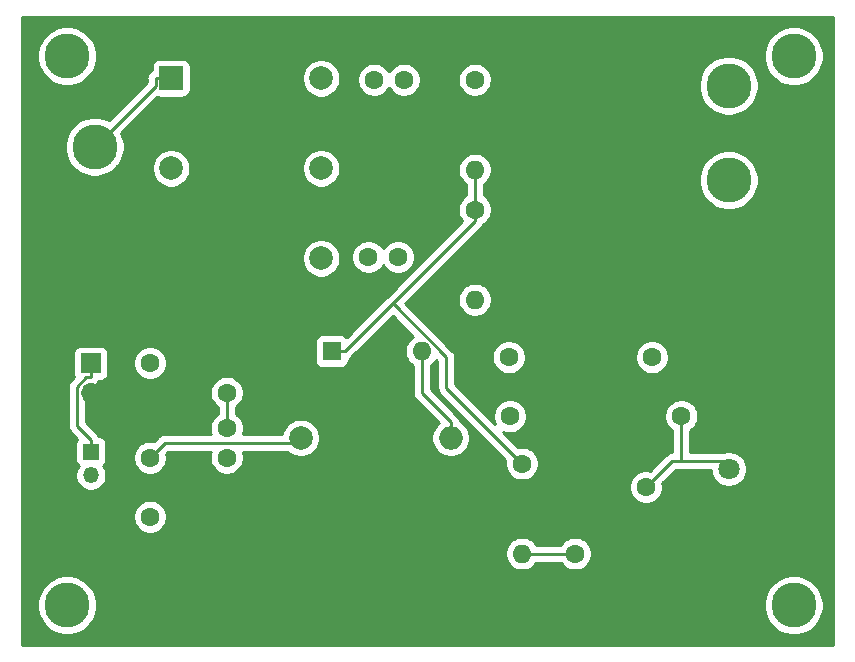
<source format=gbr>
%TF.GenerationSoftware,KiCad,Pcbnew,5.1.10-88a1d61d58~88~ubuntu20.04.1*%
%TF.CreationDate,2021-06-21T05:41:02+02:00*%
%TF.ProjectId,supply,73757070-6c79-42e6-9b69-6361645f7063,rev?*%
%TF.SameCoordinates,Original*%
%TF.FileFunction,Copper,L2,Bot*%
%TF.FilePolarity,Positive*%
%FSLAX46Y46*%
G04 Gerber Fmt 4.6, Leading zero omitted, Abs format (unit mm)*
G04 Created by KiCad (PCBNEW 5.1.10-88a1d61d58~88~ubuntu20.04.1) date 2021-06-21 05:41:02*
%MOMM*%
%LPD*%
G01*
G04 APERTURE LIST*
%TA.AperFunction,ComponentPad*%
%ADD10O,1.700000X1.700000*%
%TD*%
%TA.AperFunction,ComponentPad*%
%ADD11R,1.700000X1.700000*%
%TD*%
%TA.AperFunction,ComponentPad*%
%ADD12C,3.800000*%
%TD*%
%TA.AperFunction,ComponentPad*%
%ADD13C,1.600000*%
%TD*%
%TA.AperFunction,ComponentPad*%
%ADD14O,1.600000X1.600000*%
%TD*%
%TA.AperFunction,ComponentPad*%
%ADD15C,2.000000*%
%TD*%
%TA.AperFunction,ComponentPad*%
%ADD16R,2.000000X2.000000*%
%TD*%
%TA.AperFunction,ComponentPad*%
%ADD17R,1.600000X1.600000*%
%TD*%
%TA.AperFunction,ComponentPad*%
%ADD18R,1.800000X1.800000*%
%TD*%
%TA.AperFunction,ComponentPad*%
%ADD19C,1.800000*%
%TD*%
%TA.AperFunction,ComponentPad*%
%ADD20O,2.000000X2.000000*%
%TD*%
%TA.AperFunction,ComponentPad*%
%ADD21R,1.350000X1.350000*%
%TD*%
%TA.AperFunction,ComponentPad*%
%ADD22O,1.350000X1.350000*%
%TD*%
%TA.AperFunction,ComponentPad*%
%ADD23C,0.377500*%
%TD*%
%TA.AperFunction,Conductor*%
%ADD24C,0.250000*%
%TD*%
%TA.AperFunction,Conductor*%
%ADD25C,0.254000*%
%TD*%
%TA.AperFunction,Conductor*%
%ADD26C,0.100000*%
%TD*%
G04 APERTURE END LIST*
D10*
%TO.P,BT1,2*%
%TO.N,GND*%
X47500000Y-117540000D03*
D11*
%TO.P,BT1,1*%
%TO.N,Net-(BT1-Pad1)*%
X47500000Y-115000000D03*
%TD*%
D12*
%TO.P,J2,1*%
%TO.N,Net-(C6-Pad1)*%
X101500000Y-99500000D03*
%TD*%
%TO.P,J3,1*%
%TO.N,Net-(C5-Pad1)*%
X101500000Y-91500000D03*
%TD*%
%TO.P,J4,1*%
%TO.N,GND*%
X101500000Y-107000000D03*
%TD*%
D13*
%TO.P,R3,1*%
%TO.N,Net-(C10-Pad2)*%
X80000000Y-102000000D03*
D14*
%TO.P,R3,2*%
%TO.N,Net-(C6-Pad1)*%
X80000000Y-109620000D03*
%TD*%
%TO.P,R4,2*%
%TO.N,Net-(C10-Pad2)*%
X80000000Y-98620000D03*
D13*
%TO.P,R4,1*%
%TO.N,Net-(C5-Pad1)*%
X80000000Y-91000000D03*
%TD*%
D15*
%TO.P,TR1,6*%
%TO.N,Net-(C5-Pad2)*%
X67000000Y-90880000D03*
D16*
%TO.P,TR1,1*%
%TO.N,Net-(J1-Pad1)*%
X54300000Y-90880000D03*
D15*
%TO.P,TR1,5*%
%TO.N,Net-(TR1-Pad5)*%
X67000000Y-98500000D03*
%TO.P,TR1,2*%
%TO.N,Net-(TR1-Pad2)*%
X54300000Y-98500000D03*
%TO.P,TR1,4*%
%TO.N,Net-(C6-Pad2)*%
X67000000Y-106120000D03*
%TO.P,TR1,3*%
%TO.N,GND*%
X54300000Y-106120000D03*
%TD*%
D12*
%TO.P,J6,1*%
%TO.N,Net-(J6-Pad1)*%
X45500000Y-135500000D03*
%TD*%
%TO.P,J7,1*%
%TO.N,Net-(J7-Pad1)*%
X107000000Y-135500000D03*
%TD*%
%TO.P,J8,1*%
%TO.N,Net-(J8-Pad1)*%
X45500000Y-89000000D03*
%TD*%
%TO.P,J9,1*%
%TO.N,Net-(J9-Pad1)*%
X107000000Y-89000000D03*
%TD*%
D13*
%TO.P,C1,2*%
%TO.N,GND*%
X52500000Y-117500000D03*
%TO.P,C1,1*%
%TO.N,Net-(BT1-Pad1)*%
X52500000Y-115000000D03*
%TD*%
%TO.P,C2,2*%
%TO.N,GND*%
X52500000Y-120500000D03*
%TO.P,C2,1*%
%TO.N,Net-(C2-Pad1)*%
X52500000Y-123000000D03*
%TD*%
%TO.P,C3,1*%
%TO.N,Net-(C3-Pad1)*%
X95000000Y-114500000D03*
%TO.P,C3,2*%
%TO.N,GND*%
X97500000Y-114500000D03*
%TD*%
%TO.P,C4,1*%
%TO.N,Net-(C4-Pad1)*%
X52500000Y-128000000D03*
%TO.P,C4,2*%
%TO.N,GND*%
X52500000Y-125500000D03*
%TD*%
%TO.P,C5,1*%
%TO.N,Net-(C5-Pad1)*%
X74000000Y-91000000D03*
%TO.P,C5,2*%
%TO.N,Net-(C5-Pad2)*%
X71500000Y-91000000D03*
%TD*%
%TO.P,C6,2*%
%TO.N,Net-(C6-Pad2)*%
X71000000Y-106000000D03*
%TO.P,C6,1*%
%TO.N,Net-(C6-Pad1)*%
X73500000Y-106000000D03*
%TD*%
%TO.P,C7,2*%
%TO.N,GND*%
X59000000Y-115000000D03*
%TO.P,C7,1*%
%TO.N,Net-(C7-Pad1)*%
X59000000Y-117500000D03*
%TD*%
%TO.P,C8,1*%
%TO.N,Net-(C7-Pad1)*%
X59000000Y-120500000D03*
%TO.P,C8,2*%
%TO.N,Net-(C8-Pad2)*%
X59000000Y-123000000D03*
%TD*%
%TO.P,C9,2*%
%TO.N,Net-(C10-Pad2)*%
X97500000Y-119500000D03*
%TO.P,C9,1*%
%TO.N,GND*%
X95000000Y-119500000D03*
%TD*%
%TO.P,C10,1*%
%TO.N,GND*%
X94500000Y-128000000D03*
%TO.P,C10,2*%
%TO.N,Net-(C10-Pad2)*%
X94500000Y-125500000D03*
%TD*%
D17*
%TO.P,D1,1*%
%TO.N,Net-(C10-Pad2)*%
X67880000Y-114000000D03*
D14*
%TO.P,D1,2*%
%TO.N,Net-(D1-Pad2)*%
X75500000Y-114000000D03*
%TD*%
D18*
%TO.P,D2,1*%
%TO.N,GND*%
X101500000Y-126500000D03*
D19*
%TO.P,D2,2*%
%TO.N,Net-(C10-Pad2)*%
X101500000Y-123960000D03*
%TD*%
D15*
%TO.P,L1,1*%
%TO.N,Net-(C2-Pad1)*%
X65275000Y-121325000D03*
D20*
%TO.P,L1,2*%
%TO.N,Net-(D1-Pad2)*%
X77975000Y-121325000D03*
%TD*%
D14*
%TO.P,R1,2*%
%TO.N,GND*%
X90620000Y-119500000D03*
D13*
%TO.P,R1,1*%
%TO.N,Net-(R1-Pad1)*%
X83000000Y-119500000D03*
%TD*%
%TO.P,R2,1*%
%TO.N,Net-(C8-Pad2)*%
X82880000Y-114500000D03*
D14*
%TO.P,R2,2*%
%TO.N,GND*%
X90500000Y-114500000D03*
%TD*%
D13*
%TO.P,R5,1*%
%TO.N,Net-(C10-Pad2)*%
X84000000Y-123500000D03*
D14*
%TO.P,R5,2*%
%TO.N,Net-(R5-Pad2)*%
X84000000Y-131120000D03*
%TD*%
%TO.P,R6,2*%
%TO.N,GND*%
X88500000Y-123500000D03*
D13*
%TO.P,R6,1*%
%TO.N,Net-(R5-Pad2)*%
X88500000Y-131120000D03*
%TD*%
D21*
%TO.P,SW1,1*%
%TO.N,Net-(BT1-Pad1)*%
X47500000Y-122500000D03*
D22*
%TO.P,SW1,2*%
%TO.N,Net-(C2-Pad1)*%
X47500000Y-124500000D03*
%TD*%
D23*
%TO.P,U1,17*%
%TO.N,GND*%
X71000000Y-127500500D03*
X71000000Y-128255500D03*
X71755000Y-127500500D03*
X71755000Y-128255500D03*
%TD*%
D12*
%TO.P,J1,1*%
%TO.N,Net-(J1-Pad1)*%
X47825000Y-96675000D03*
%TD*%
%TO.P,J5,1*%
%TO.N,GND*%
X47825000Y-102025000D03*
%TD*%
D24*
%TO.N,Net-(BT1-Pad1)*%
X47500000Y-115000000D02*
X47500000Y-116175300D01*
X47500000Y-122500000D02*
X47500000Y-121499700D01*
X47500000Y-121499700D02*
X46324700Y-120324400D01*
X46324700Y-120324400D02*
X46324700Y-116983200D01*
X46324700Y-116983200D02*
X47132600Y-116175300D01*
X47132600Y-116175300D02*
X47500000Y-116175300D01*
%TO.N,Net-(C2-Pad1)*%
X52500000Y-123000000D02*
X53750000Y-121750000D01*
X53750000Y-121750000D02*
X64850000Y-121750000D01*
X64850000Y-121750000D02*
X65275000Y-121325000D01*
%TO.N,Net-(J1-Pad1)*%
X54300000Y-90880000D02*
X52974700Y-90880000D01*
X52974700Y-90880000D02*
X52974700Y-91525300D01*
X52974700Y-91525300D02*
X47825000Y-96675000D01*
%TO.N,Net-(C7-Pad1)*%
X59000000Y-120500000D02*
X59000000Y-117500000D01*
%TO.N,Net-(C10-Pad2)*%
X84000000Y-123500000D02*
X77603200Y-117103200D01*
X77603200Y-117103200D02*
X77603200Y-114497100D01*
X77603200Y-114497100D02*
X73055700Y-109949600D01*
X97500000Y-123299900D02*
X100839900Y-123299900D01*
X100839900Y-123299900D02*
X101500000Y-123960000D01*
X94500000Y-125500000D02*
X96700100Y-123299900D01*
X96700100Y-123299900D02*
X97500000Y-123299900D01*
X97500000Y-123299900D02*
X97500000Y-119500000D01*
X73055700Y-109949600D02*
X80000000Y-103005300D01*
X80000000Y-103005300D02*
X80000000Y-102000000D01*
X69005300Y-114000000D02*
X73055700Y-109949600D01*
X80000000Y-98620000D02*
X80000000Y-102000000D01*
X67880000Y-114000000D02*
X69005300Y-114000000D01*
%TO.N,Net-(D1-Pad2)*%
X77975000Y-121325000D02*
X77975000Y-119999700D01*
X77975000Y-119999700D02*
X75500000Y-117524700D01*
X75500000Y-117524700D02*
X75500000Y-114000000D01*
%TO.N,Net-(R5-Pad2)*%
X84000000Y-131120000D02*
X88500000Y-131120000D01*
%TD*%
D25*
%TO.N,GND*%
X110340001Y-138840000D02*
X41660000Y-138840000D01*
X41660000Y-135250324D01*
X42965000Y-135250324D01*
X42965000Y-135749676D01*
X43062418Y-136239432D01*
X43253512Y-136700773D01*
X43530937Y-137115968D01*
X43884032Y-137469063D01*
X44299227Y-137746488D01*
X44760568Y-137937582D01*
X45250324Y-138035000D01*
X45749676Y-138035000D01*
X46239432Y-137937582D01*
X46700773Y-137746488D01*
X47115968Y-137469063D01*
X47469063Y-137115968D01*
X47746488Y-136700773D01*
X47937582Y-136239432D01*
X48035000Y-135749676D01*
X48035000Y-135250324D01*
X104465000Y-135250324D01*
X104465000Y-135749676D01*
X104562418Y-136239432D01*
X104753512Y-136700773D01*
X105030937Y-137115968D01*
X105384032Y-137469063D01*
X105799227Y-137746488D01*
X106260568Y-137937582D01*
X106750324Y-138035000D01*
X107249676Y-138035000D01*
X107739432Y-137937582D01*
X108200773Y-137746488D01*
X108615968Y-137469063D01*
X108969063Y-137115968D01*
X109246488Y-136700773D01*
X109437582Y-136239432D01*
X109535000Y-135749676D01*
X109535000Y-135250324D01*
X109437582Y-134760568D01*
X109246488Y-134299227D01*
X108969063Y-133884032D01*
X108615968Y-133530937D01*
X108200773Y-133253512D01*
X107739432Y-133062418D01*
X107249676Y-132965000D01*
X106750324Y-132965000D01*
X106260568Y-133062418D01*
X105799227Y-133253512D01*
X105384032Y-133530937D01*
X105030937Y-133884032D01*
X104753512Y-134299227D01*
X104562418Y-134760568D01*
X104465000Y-135250324D01*
X48035000Y-135250324D01*
X47937582Y-134760568D01*
X47746488Y-134299227D01*
X47469063Y-133884032D01*
X47115968Y-133530937D01*
X46700773Y-133253512D01*
X46239432Y-133062418D01*
X45749676Y-132965000D01*
X45250324Y-132965000D01*
X44760568Y-133062418D01*
X44299227Y-133253512D01*
X43884032Y-133530937D01*
X43530937Y-133884032D01*
X43253512Y-134299227D01*
X43062418Y-134760568D01*
X42965000Y-135250324D01*
X41660000Y-135250324D01*
X41660000Y-130978665D01*
X82565000Y-130978665D01*
X82565000Y-131261335D01*
X82620147Y-131538574D01*
X82728320Y-131799727D01*
X82885363Y-132034759D01*
X83085241Y-132234637D01*
X83320273Y-132391680D01*
X83581426Y-132499853D01*
X83858665Y-132555000D01*
X84141335Y-132555000D01*
X84418574Y-132499853D01*
X84679727Y-132391680D01*
X84914759Y-132234637D01*
X85114637Y-132034759D01*
X85218043Y-131880000D01*
X87281957Y-131880000D01*
X87385363Y-132034759D01*
X87585241Y-132234637D01*
X87820273Y-132391680D01*
X88081426Y-132499853D01*
X88358665Y-132555000D01*
X88641335Y-132555000D01*
X88918574Y-132499853D01*
X89179727Y-132391680D01*
X89414759Y-132234637D01*
X89614637Y-132034759D01*
X89771680Y-131799727D01*
X89879853Y-131538574D01*
X89935000Y-131261335D01*
X89935000Y-130978665D01*
X89879853Y-130701426D01*
X89771680Y-130440273D01*
X89614637Y-130205241D01*
X89414759Y-130005363D01*
X89179727Y-129848320D01*
X88918574Y-129740147D01*
X88641335Y-129685000D01*
X88358665Y-129685000D01*
X88081426Y-129740147D01*
X87820273Y-129848320D01*
X87585241Y-130005363D01*
X87385363Y-130205241D01*
X87281957Y-130360000D01*
X85218043Y-130360000D01*
X85114637Y-130205241D01*
X84914759Y-130005363D01*
X84679727Y-129848320D01*
X84418574Y-129740147D01*
X84141335Y-129685000D01*
X83858665Y-129685000D01*
X83581426Y-129740147D01*
X83320273Y-129848320D01*
X83085241Y-130005363D01*
X82885363Y-130205241D01*
X82728320Y-130440273D01*
X82620147Y-130701426D01*
X82565000Y-130978665D01*
X41660000Y-130978665D01*
X41660000Y-127858665D01*
X51065000Y-127858665D01*
X51065000Y-128141335D01*
X51120147Y-128418574D01*
X51228320Y-128679727D01*
X51385363Y-128914759D01*
X51585241Y-129114637D01*
X51820273Y-129271680D01*
X52081426Y-129379853D01*
X52358665Y-129435000D01*
X52641335Y-129435000D01*
X52918574Y-129379853D01*
X53179727Y-129271680D01*
X53414759Y-129114637D01*
X53614637Y-128914759D01*
X53771680Y-128679727D01*
X53879853Y-128418574D01*
X53935000Y-128141335D01*
X53935000Y-127858665D01*
X53879853Y-127581426D01*
X53771680Y-127320273D01*
X53614637Y-127085241D01*
X53414759Y-126885363D01*
X53179727Y-126728320D01*
X52918574Y-126620147D01*
X52641335Y-126565000D01*
X52358665Y-126565000D01*
X52081426Y-126620147D01*
X51820273Y-126728320D01*
X51585241Y-126885363D01*
X51385363Y-127085241D01*
X51228320Y-127320273D01*
X51120147Y-127581426D01*
X51065000Y-127858665D01*
X41660000Y-127858665D01*
X41660000Y-116983200D01*
X45561024Y-116983200D01*
X45564701Y-117020532D01*
X45564700Y-120287077D01*
X45561024Y-120324400D01*
X45564700Y-120361722D01*
X45564700Y-120361732D01*
X45575697Y-120473385D01*
X45618545Y-120614637D01*
X45619154Y-120616646D01*
X45689726Y-120748676D01*
X45719536Y-120784999D01*
X45784699Y-120864401D01*
X45813703Y-120888204D01*
X46340233Y-121414735D01*
X46294463Y-121470506D01*
X46235498Y-121580820D01*
X46199188Y-121700518D01*
X46186928Y-121825000D01*
X46186928Y-123175000D01*
X46199188Y-123299482D01*
X46235498Y-123419180D01*
X46294463Y-123529494D01*
X46373815Y-123626185D01*
X46460697Y-123697487D01*
X46339093Y-123879482D01*
X46240342Y-124117887D01*
X46190000Y-124370976D01*
X46190000Y-124629024D01*
X46240342Y-124882113D01*
X46339093Y-125120518D01*
X46482456Y-125335077D01*
X46664923Y-125517544D01*
X46879482Y-125660907D01*
X47117887Y-125759658D01*
X47370976Y-125810000D01*
X47629024Y-125810000D01*
X47882113Y-125759658D01*
X48120518Y-125660907D01*
X48335077Y-125517544D01*
X48493956Y-125358665D01*
X93065000Y-125358665D01*
X93065000Y-125641335D01*
X93120147Y-125918574D01*
X93228320Y-126179727D01*
X93385363Y-126414759D01*
X93585241Y-126614637D01*
X93820273Y-126771680D01*
X94081426Y-126879853D01*
X94358665Y-126935000D01*
X94641335Y-126935000D01*
X94918574Y-126879853D01*
X95179727Y-126771680D01*
X95414759Y-126614637D01*
X95614637Y-126414759D01*
X95771680Y-126179727D01*
X95879853Y-125918574D01*
X95935000Y-125641335D01*
X95935000Y-125358665D01*
X95898688Y-125176114D01*
X97014902Y-124059900D01*
X97462667Y-124059900D01*
X97500000Y-124063577D01*
X97537333Y-124059900D01*
X99965000Y-124059900D01*
X99965000Y-124111184D01*
X100023989Y-124407743D01*
X100139701Y-124687095D01*
X100307688Y-124938505D01*
X100521495Y-125152312D01*
X100772905Y-125320299D01*
X101052257Y-125436011D01*
X101348816Y-125495000D01*
X101651184Y-125495000D01*
X101947743Y-125436011D01*
X102227095Y-125320299D01*
X102478505Y-125152312D01*
X102692312Y-124938505D01*
X102860299Y-124687095D01*
X102976011Y-124407743D01*
X103035000Y-124111184D01*
X103035000Y-123808816D01*
X102976011Y-123512257D01*
X102860299Y-123232905D01*
X102692312Y-122981495D01*
X102478505Y-122767688D01*
X102227095Y-122599701D01*
X101947743Y-122483989D01*
X101651184Y-122425000D01*
X101348816Y-122425000D01*
X101052257Y-122483989D01*
X100909584Y-122543086D01*
X100877233Y-122539900D01*
X100877222Y-122539900D01*
X100839900Y-122536224D01*
X100802578Y-122539900D01*
X98260000Y-122539900D01*
X98260000Y-120718043D01*
X98414759Y-120614637D01*
X98614637Y-120414759D01*
X98771680Y-120179727D01*
X98879853Y-119918574D01*
X98935000Y-119641335D01*
X98935000Y-119358665D01*
X98879853Y-119081426D01*
X98771680Y-118820273D01*
X98614637Y-118585241D01*
X98414759Y-118385363D01*
X98179727Y-118228320D01*
X97918574Y-118120147D01*
X97641335Y-118065000D01*
X97358665Y-118065000D01*
X97081426Y-118120147D01*
X96820273Y-118228320D01*
X96585241Y-118385363D01*
X96385363Y-118585241D01*
X96228320Y-118820273D01*
X96120147Y-119081426D01*
X96065000Y-119358665D01*
X96065000Y-119641335D01*
X96120147Y-119918574D01*
X96228320Y-120179727D01*
X96385363Y-120414759D01*
X96585241Y-120614637D01*
X96740001Y-120718044D01*
X96740000Y-122539900D01*
X96737422Y-122539900D01*
X96700099Y-122536224D01*
X96662776Y-122539900D01*
X96662767Y-122539900D01*
X96551114Y-122550897D01*
X96407853Y-122594354D01*
X96275824Y-122664926D01*
X96160099Y-122759899D01*
X96136301Y-122788897D01*
X94823886Y-124101312D01*
X94641335Y-124065000D01*
X94358665Y-124065000D01*
X94081426Y-124120147D01*
X93820273Y-124228320D01*
X93585241Y-124385363D01*
X93385363Y-124585241D01*
X93228320Y-124820273D01*
X93120147Y-125081426D01*
X93065000Y-125358665D01*
X48493956Y-125358665D01*
X48517544Y-125335077D01*
X48660907Y-125120518D01*
X48759658Y-124882113D01*
X48810000Y-124629024D01*
X48810000Y-124370976D01*
X48759658Y-124117887D01*
X48660907Y-123879482D01*
X48539303Y-123697487D01*
X48626185Y-123626185D01*
X48705537Y-123529494D01*
X48764502Y-123419180D01*
X48800812Y-123299482D01*
X48813072Y-123175000D01*
X48813072Y-122858665D01*
X51065000Y-122858665D01*
X51065000Y-123141335D01*
X51120147Y-123418574D01*
X51228320Y-123679727D01*
X51385363Y-123914759D01*
X51585241Y-124114637D01*
X51820273Y-124271680D01*
X52081426Y-124379853D01*
X52358665Y-124435000D01*
X52641335Y-124435000D01*
X52918574Y-124379853D01*
X53179727Y-124271680D01*
X53414759Y-124114637D01*
X53614637Y-123914759D01*
X53771680Y-123679727D01*
X53879853Y-123418574D01*
X53935000Y-123141335D01*
X53935000Y-122858665D01*
X53898688Y-122676114D01*
X54064802Y-122510000D01*
X57649733Y-122510000D01*
X57620147Y-122581426D01*
X57565000Y-122858665D01*
X57565000Y-123141335D01*
X57620147Y-123418574D01*
X57728320Y-123679727D01*
X57885363Y-123914759D01*
X58085241Y-124114637D01*
X58320273Y-124271680D01*
X58581426Y-124379853D01*
X58858665Y-124435000D01*
X59141335Y-124435000D01*
X59418574Y-124379853D01*
X59679727Y-124271680D01*
X59914759Y-124114637D01*
X60114637Y-123914759D01*
X60271680Y-123679727D01*
X60379853Y-123418574D01*
X60435000Y-123141335D01*
X60435000Y-122858665D01*
X60379853Y-122581426D01*
X60350267Y-122510000D01*
X64147761Y-122510000D01*
X64232748Y-122594987D01*
X64500537Y-122773918D01*
X64798088Y-122897168D01*
X65113967Y-122960000D01*
X65436033Y-122960000D01*
X65751912Y-122897168D01*
X66049463Y-122773918D01*
X66317252Y-122594987D01*
X66544987Y-122367252D01*
X66723918Y-122099463D01*
X66847168Y-121801912D01*
X66910000Y-121486033D01*
X66910000Y-121163967D01*
X66847168Y-120848088D01*
X66723918Y-120550537D01*
X66544987Y-120282748D01*
X66317252Y-120055013D01*
X66049463Y-119876082D01*
X65751912Y-119752832D01*
X65436033Y-119690000D01*
X65113967Y-119690000D01*
X64798088Y-119752832D01*
X64500537Y-119876082D01*
X64232748Y-120055013D01*
X64005013Y-120282748D01*
X63826082Y-120550537D01*
X63702832Y-120848088D01*
X63674604Y-120990000D01*
X60350267Y-120990000D01*
X60379853Y-120918574D01*
X60435000Y-120641335D01*
X60435000Y-120358665D01*
X60379853Y-120081426D01*
X60271680Y-119820273D01*
X60114637Y-119585241D01*
X59914759Y-119385363D01*
X59760000Y-119281957D01*
X59760000Y-118718043D01*
X59914759Y-118614637D01*
X60114637Y-118414759D01*
X60271680Y-118179727D01*
X60379853Y-117918574D01*
X60435000Y-117641335D01*
X60435000Y-117358665D01*
X60379853Y-117081426D01*
X60271680Y-116820273D01*
X60114637Y-116585241D01*
X59914759Y-116385363D01*
X59679727Y-116228320D01*
X59418574Y-116120147D01*
X59141335Y-116065000D01*
X58858665Y-116065000D01*
X58581426Y-116120147D01*
X58320273Y-116228320D01*
X58085241Y-116385363D01*
X57885363Y-116585241D01*
X57728320Y-116820273D01*
X57620147Y-117081426D01*
X57565000Y-117358665D01*
X57565000Y-117641335D01*
X57620147Y-117918574D01*
X57728320Y-118179727D01*
X57885363Y-118414759D01*
X58085241Y-118614637D01*
X58240001Y-118718044D01*
X58240000Y-119281956D01*
X58085241Y-119385363D01*
X57885363Y-119585241D01*
X57728320Y-119820273D01*
X57620147Y-120081426D01*
X57565000Y-120358665D01*
X57565000Y-120641335D01*
X57620147Y-120918574D01*
X57649733Y-120990000D01*
X53787323Y-120990000D01*
X53750000Y-120986324D01*
X53712677Y-120990000D01*
X53712667Y-120990000D01*
X53601014Y-121000997D01*
X53472433Y-121040001D01*
X53457753Y-121044454D01*
X53325723Y-121115026D01*
X53301417Y-121134974D01*
X53209999Y-121209999D01*
X53186201Y-121238997D01*
X52823886Y-121601312D01*
X52641335Y-121565000D01*
X52358665Y-121565000D01*
X52081426Y-121620147D01*
X51820273Y-121728320D01*
X51585241Y-121885363D01*
X51385363Y-122085241D01*
X51228320Y-122320273D01*
X51120147Y-122581426D01*
X51065000Y-122858665D01*
X48813072Y-122858665D01*
X48813072Y-121825000D01*
X48800812Y-121700518D01*
X48764502Y-121580820D01*
X48705537Y-121470506D01*
X48626185Y-121373815D01*
X48529494Y-121294463D01*
X48419180Y-121235498D01*
X48299482Y-121199188D01*
X48195663Y-121188963D01*
X48134974Y-121075424D01*
X48040001Y-120959699D01*
X48011003Y-120935901D01*
X47084700Y-120009599D01*
X47084700Y-117298001D01*
X47447402Y-116935300D01*
X47462667Y-116935300D01*
X47500000Y-116938977D01*
X47648986Y-116924303D01*
X47792247Y-116880846D01*
X47924276Y-116810274D01*
X48040001Y-116715301D01*
X48134974Y-116599576D01*
X48194575Y-116488072D01*
X48350000Y-116488072D01*
X48474482Y-116475812D01*
X48594180Y-116439502D01*
X48704494Y-116380537D01*
X48801185Y-116301185D01*
X48880537Y-116204494D01*
X48939502Y-116094180D01*
X48975812Y-115974482D01*
X48988072Y-115850000D01*
X48988072Y-114858665D01*
X51065000Y-114858665D01*
X51065000Y-115141335D01*
X51120147Y-115418574D01*
X51228320Y-115679727D01*
X51385363Y-115914759D01*
X51585241Y-116114637D01*
X51820273Y-116271680D01*
X52081426Y-116379853D01*
X52358665Y-116435000D01*
X52641335Y-116435000D01*
X52918574Y-116379853D01*
X53179727Y-116271680D01*
X53414759Y-116114637D01*
X53614637Y-115914759D01*
X53771680Y-115679727D01*
X53879853Y-115418574D01*
X53935000Y-115141335D01*
X53935000Y-114858665D01*
X53879853Y-114581426D01*
X53771680Y-114320273D01*
X53614637Y-114085241D01*
X53414759Y-113885363D01*
X53179727Y-113728320D01*
X52918574Y-113620147D01*
X52641335Y-113565000D01*
X52358665Y-113565000D01*
X52081426Y-113620147D01*
X51820273Y-113728320D01*
X51585241Y-113885363D01*
X51385363Y-114085241D01*
X51228320Y-114320273D01*
X51120147Y-114581426D01*
X51065000Y-114858665D01*
X48988072Y-114858665D01*
X48988072Y-114150000D01*
X48975812Y-114025518D01*
X48939502Y-113905820D01*
X48880537Y-113795506D01*
X48801185Y-113698815D01*
X48704494Y-113619463D01*
X48594180Y-113560498D01*
X48474482Y-113524188D01*
X48350000Y-113511928D01*
X46650000Y-113511928D01*
X46525518Y-113524188D01*
X46405820Y-113560498D01*
X46295506Y-113619463D01*
X46198815Y-113698815D01*
X46119463Y-113795506D01*
X46060498Y-113905820D01*
X46024188Y-114025518D01*
X46011928Y-114150000D01*
X46011928Y-115850000D01*
X46024188Y-115974482D01*
X46060498Y-116094180D01*
X46087814Y-116145284D01*
X45813698Y-116419401D01*
X45784700Y-116443199D01*
X45760902Y-116472197D01*
X45760901Y-116472198D01*
X45689726Y-116558924D01*
X45619154Y-116690954D01*
X45593448Y-116775698D01*
X45575698Y-116834214D01*
X45566825Y-116924303D01*
X45561024Y-116983200D01*
X41660000Y-116983200D01*
X41660000Y-113200000D01*
X66441928Y-113200000D01*
X66441928Y-114800000D01*
X66454188Y-114924482D01*
X66490498Y-115044180D01*
X66549463Y-115154494D01*
X66628815Y-115251185D01*
X66725506Y-115330537D01*
X66835820Y-115389502D01*
X66955518Y-115425812D01*
X67080000Y-115438072D01*
X68680000Y-115438072D01*
X68804482Y-115425812D01*
X68924180Y-115389502D01*
X69034494Y-115330537D01*
X69131185Y-115251185D01*
X69210537Y-115154494D01*
X69269502Y-115044180D01*
X69305812Y-114924482D01*
X69318072Y-114800000D01*
X69318072Y-114694575D01*
X69429576Y-114634974D01*
X69545301Y-114540001D01*
X69569104Y-114510997D01*
X73055700Y-111024401D01*
X74783913Y-112752615D01*
X74585241Y-112885363D01*
X74385363Y-113085241D01*
X74228320Y-113320273D01*
X74120147Y-113581426D01*
X74065000Y-113858665D01*
X74065000Y-114141335D01*
X74120147Y-114418574D01*
X74228320Y-114679727D01*
X74385363Y-114914759D01*
X74585241Y-115114637D01*
X74740001Y-115218044D01*
X74740000Y-117487377D01*
X74736324Y-117524700D01*
X74740000Y-117562022D01*
X74740000Y-117562032D01*
X74750997Y-117673685D01*
X74773199Y-117746876D01*
X74794454Y-117816946D01*
X74865026Y-117948976D01*
X74904871Y-117997526D01*
X74959999Y-118064701D01*
X74989003Y-118088504D01*
X76946394Y-120045895D01*
X76932748Y-120055013D01*
X76705013Y-120282748D01*
X76526082Y-120550537D01*
X76402832Y-120848088D01*
X76340000Y-121163967D01*
X76340000Y-121486033D01*
X76402832Y-121801912D01*
X76526082Y-122099463D01*
X76705013Y-122367252D01*
X76932748Y-122594987D01*
X77200537Y-122773918D01*
X77498088Y-122897168D01*
X77813967Y-122960000D01*
X78136033Y-122960000D01*
X78451912Y-122897168D01*
X78749463Y-122773918D01*
X79017252Y-122594987D01*
X79244987Y-122367252D01*
X79423918Y-122099463D01*
X79547168Y-121801912D01*
X79610000Y-121486033D01*
X79610000Y-121163967D01*
X79547168Y-120848088D01*
X79423918Y-120550537D01*
X79244987Y-120282748D01*
X79017252Y-120055013D01*
X78749463Y-119876082D01*
X78725525Y-119866167D01*
X78724003Y-119850714D01*
X78680546Y-119707453D01*
X78609974Y-119575424D01*
X78538799Y-119488697D01*
X78515001Y-119459699D01*
X78486003Y-119435901D01*
X76260000Y-117209899D01*
X76260000Y-115218043D01*
X76414759Y-115114637D01*
X76614637Y-114914759D01*
X76747385Y-114716087D01*
X76843201Y-114811903D01*
X76843200Y-117065877D01*
X76839524Y-117103200D01*
X76843200Y-117140522D01*
X76843200Y-117140532D01*
X76854197Y-117252185D01*
X76884176Y-117351014D01*
X76897654Y-117395446D01*
X76968226Y-117527476D01*
X76996586Y-117562032D01*
X77063199Y-117643201D01*
X77092203Y-117667004D01*
X82601312Y-123176114D01*
X82565000Y-123358665D01*
X82565000Y-123641335D01*
X82620147Y-123918574D01*
X82728320Y-124179727D01*
X82885363Y-124414759D01*
X83085241Y-124614637D01*
X83320273Y-124771680D01*
X83581426Y-124879853D01*
X83858665Y-124935000D01*
X84141335Y-124935000D01*
X84418574Y-124879853D01*
X84679727Y-124771680D01*
X84914759Y-124614637D01*
X85114637Y-124414759D01*
X85271680Y-124179727D01*
X85379853Y-123918574D01*
X85435000Y-123641335D01*
X85435000Y-123358665D01*
X85379853Y-123081426D01*
X85271680Y-122820273D01*
X85114637Y-122585241D01*
X84914759Y-122385363D01*
X84679727Y-122228320D01*
X84418574Y-122120147D01*
X84141335Y-122065000D01*
X83858665Y-122065000D01*
X83676114Y-122101312D01*
X82365014Y-120790212D01*
X82581426Y-120879853D01*
X82858665Y-120935000D01*
X83141335Y-120935000D01*
X83418574Y-120879853D01*
X83679727Y-120771680D01*
X83914759Y-120614637D01*
X84114637Y-120414759D01*
X84271680Y-120179727D01*
X84379853Y-119918574D01*
X84435000Y-119641335D01*
X84435000Y-119358665D01*
X84379853Y-119081426D01*
X84271680Y-118820273D01*
X84114637Y-118585241D01*
X83914759Y-118385363D01*
X83679727Y-118228320D01*
X83418574Y-118120147D01*
X83141335Y-118065000D01*
X82858665Y-118065000D01*
X82581426Y-118120147D01*
X82320273Y-118228320D01*
X82085241Y-118385363D01*
X81885363Y-118585241D01*
X81728320Y-118820273D01*
X81620147Y-119081426D01*
X81565000Y-119358665D01*
X81565000Y-119641335D01*
X81620147Y-119918574D01*
X81709788Y-120134986D01*
X78363200Y-116788399D01*
X78363200Y-114534422D01*
X78366876Y-114497099D01*
X78363200Y-114459776D01*
X78363200Y-114459767D01*
X78353243Y-114358665D01*
X81445000Y-114358665D01*
X81445000Y-114641335D01*
X81500147Y-114918574D01*
X81608320Y-115179727D01*
X81765363Y-115414759D01*
X81965241Y-115614637D01*
X82200273Y-115771680D01*
X82461426Y-115879853D01*
X82738665Y-115935000D01*
X83021335Y-115935000D01*
X83298574Y-115879853D01*
X83559727Y-115771680D01*
X83794759Y-115614637D01*
X83994637Y-115414759D01*
X84151680Y-115179727D01*
X84259853Y-114918574D01*
X84315000Y-114641335D01*
X84315000Y-114358665D01*
X93565000Y-114358665D01*
X93565000Y-114641335D01*
X93620147Y-114918574D01*
X93728320Y-115179727D01*
X93885363Y-115414759D01*
X94085241Y-115614637D01*
X94320273Y-115771680D01*
X94581426Y-115879853D01*
X94858665Y-115935000D01*
X95141335Y-115935000D01*
X95418574Y-115879853D01*
X95679727Y-115771680D01*
X95914759Y-115614637D01*
X96114637Y-115414759D01*
X96271680Y-115179727D01*
X96379853Y-114918574D01*
X96435000Y-114641335D01*
X96435000Y-114358665D01*
X96379853Y-114081426D01*
X96271680Y-113820273D01*
X96114637Y-113585241D01*
X95914759Y-113385363D01*
X95679727Y-113228320D01*
X95418574Y-113120147D01*
X95141335Y-113065000D01*
X94858665Y-113065000D01*
X94581426Y-113120147D01*
X94320273Y-113228320D01*
X94085241Y-113385363D01*
X93885363Y-113585241D01*
X93728320Y-113820273D01*
X93620147Y-114081426D01*
X93565000Y-114358665D01*
X84315000Y-114358665D01*
X84259853Y-114081426D01*
X84151680Y-113820273D01*
X83994637Y-113585241D01*
X83794759Y-113385363D01*
X83559727Y-113228320D01*
X83298574Y-113120147D01*
X83021335Y-113065000D01*
X82738665Y-113065000D01*
X82461426Y-113120147D01*
X82200273Y-113228320D01*
X81965241Y-113385363D01*
X81765363Y-113585241D01*
X81608320Y-113820273D01*
X81500147Y-114081426D01*
X81445000Y-114358665D01*
X78353243Y-114358665D01*
X78352203Y-114348114D01*
X78308746Y-114204853D01*
X78238174Y-114072824D01*
X78143201Y-113957099D01*
X78114203Y-113933301D01*
X74130501Y-109949600D01*
X74601436Y-109478665D01*
X78565000Y-109478665D01*
X78565000Y-109761335D01*
X78620147Y-110038574D01*
X78728320Y-110299727D01*
X78885363Y-110534759D01*
X79085241Y-110734637D01*
X79320273Y-110891680D01*
X79581426Y-110999853D01*
X79858665Y-111055000D01*
X80141335Y-111055000D01*
X80418574Y-110999853D01*
X80679727Y-110891680D01*
X80914759Y-110734637D01*
X81114637Y-110534759D01*
X81271680Y-110299727D01*
X81379853Y-110038574D01*
X81435000Y-109761335D01*
X81435000Y-109478665D01*
X81379853Y-109201426D01*
X81271680Y-108940273D01*
X81114637Y-108705241D01*
X80914759Y-108505363D01*
X80679727Y-108348320D01*
X80418574Y-108240147D01*
X80141335Y-108185000D01*
X79858665Y-108185000D01*
X79581426Y-108240147D01*
X79320273Y-108348320D01*
X79085241Y-108505363D01*
X78885363Y-108705241D01*
X78728320Y-108940273D01*
X78620147Y-109201426D01*
X78565000Y-109478665D01*
X74601436Y-109478665D01*
X80511004Y-103569098D01*
X80540001Y-103545301D01*
X80634974Y-103429576D01*
X80705546Y-103297547D01*
X80721951Y-103243467D01*
X80914759Y-103114637D01*
X81114637Y-102914759D01*
X81271680Y-102679727D01*
X81379853Y-102418574D01*
X81435000Y-102141335D01*
X81435000Y-101858665D01*
X81379853Y-101581426D01*
X81271680Y-101320273D01*
X81114637Y-101085241D01*
X80914759Y-100885363D01*
X80760000Y-100781957D01*
X80760000Y-99838043D01*
X80914759Y-99734637D01*
X81114637Y-99534759D01*
X81271680Y-99299727D01*
X81292143Y-99250324D01*
X98965000Y-99250324D01*
X98965000Y-99749676D01*
X99062418Y-100239432D01*
X99253512Y-100700773D01*
X99530937Y-101115968D01*
X99884032Y-101469063D01*
X100299227Y-101746488D01*
X100760568Y-101937582D01*
X101250324Y-102035000D01*
X101749676Y-102035000D01*
X102239432Y-101937582D01*
X102700773Y-101746488D01*
X103115968Y-101469063D01*
X103469063Y-101115968D01*
X103746488Y-100700773D01*
X103937582Y-100239432D01*
X104035000Y-99749676D01*
X104035000Y-99250324D01*
X103937582Y-98760568D01*
X103746488Y-98299227D01*
X103469063Y-97884032D01*
X103115968Y-97530937D01*
X102700773Y-97253512D01*
X102239432Y-97062418D01*
X101749676Y-96965000D01*
X101250324Y-96965000D01*
X100760568Y-97062418D01*
X100299227Y-97253512D01*
X99884032Y-97530937D01*
X99530937Y-97884032D01*
X99253512Y-98299227D01*
X99062418Y-98760568D01*
X98965000Y-99250324D01*
X81292143Y-99250324D01*
X81379853Y-99038574D01*
X81435000Y-98761335D01*
X81435000Y-98478665D01*
X81379853Y-98201426D01*
X81271680Y-97940273D01*
X81114637Y-97705241D01*
X80914759Y-97505363D01*
X80679727Y-97348320D01*
X80418574Y-97240147D01*
X80141335Y-97185000D01*
X79858665Y-97185000D01*
X79581426Y-97240147D01*
X79320273Y-97348320D01*
X79085241Y-97505363D01*
X78885363Y-97705241D01*
X78728320Y-97940273D01*
X78620147Y-98201426D01*
X78565000Y-98478665D01*
X78565000Y-98761335D01*
X78620147Y-99038574D01*
X78728320Y-99299727D01*
X78885363Y-99534759D01*
X79085241Y-99734637D01*
X79240000Y-99838044D01*
X79240001Y-100781956D01*
X79085241Y-100885363D01*
X78885363Y-101085241D01*
X78728320Y-101320273D01*
X78620147Y-101581426D01*
X78565000Y-101858665D01*
X78565000Y-102141335D01*
X78620147Y-102418574D01*
X78728320Y-102679727D01*
X78885363Y-102914759D01*
X78950551Y-102979947D01*
X72544703Y-109385796D01*
X72515699Y-109409599D01*
X72491901Y-109438597D01*
X69153948Y-112776551D01*
X69131185Y-112748815D01*
X69034494Y-112669463D01*
X68924180Y-112610498D01*
X68804482Y-112574188D01*
X68680000Y-112561928D01*
X67080000Y-112561928D01*
X66955518Y-112574188D01*
X66835820Y-112610498D01*
X66725506Y-112669463D01*
X66628815Y-112748815D01*
X66549463Y-112845506D01*
X66490498Y-112955820D01*
X66454188Y-113075518D01*
X66441928Y-113200000D01*
X41660000Y-113200000D01*
X41660000Y-105958967D01*
X65365000Y-105958967D01*
X65365000Y-106281033D01*
X65427832Y-106596912D01*
X65551082Y-106894463D01*
X65730013Y-107162252D01*
X65957748Y-107389987D01*
X66225537Y-107568918D01*
X66523088Y-107692168D01*
X66838967Y-107755000D01*
X67161033Y-107755000D01*
X67476912Y-107692168D01*
X67774463Y-107568918D01*
X68042252Y-107389987D01*
X68269987Y-107162252D01*
X68448918Y-106894463D01*
X68572168Y-106596912D01*
X68635000Y-106281033D01*
X68635000Y-105958967D01*
X68615049Y-105858665D01*
X69565000Y-105858665D01*
X69565000Y-106141335D01*
X69620147Y-106418574D01*
X69728320Y-106679727D01*
X69885363Y-106914759D01*
X70085241Y-107114637D01*
X70320273Y-107271680D01*
X70581426Y-107379853D01*
X70858665Y-107435000D01*
X71141335Y-107435000D01*
X71418574Y-107379853D01*
X71679727Y-107271680D01*
X71914759Y-107114637D01*
X72114637Y-106914759D01*
X72250000Y-106712173D01*
X72385363Y-106914759D01*
X72585241Y-107114637D01*
X72820273Y-107271680D01*
X73081426Y-107379853D01*
X73358665Y-107435000D01*
X73641335Y-107435000D01*
X73918574Y-107379853D01*
X74179727Y-107271680D01*
X74414759Y-107114637D01*
X74614637Y-106914759D01*
X74771680Y-106679727D01*
X74879853Y-106418574D01*
X74935000Y-106141335D01*
X74935000Y-105858665D01*
X74879853Y-105581426D01*
X74771680Y-105320273D01*
X74614637Y-105085241D01*
X74414759Y-104885363D01*
X74179727Y-104728320D01*
X73918574Y-104620147D01*
X73641335Y-104565000D01*
X73358665Y-104565000D01*
X73081426Y-104620147D01*
X72820273Y-104728320D01*
X72585241Y-104885363D01*
X72385363Y-105085241D01*
X72250000Y-105287827D01*
X72114637Y-105085241D01*
X71914759Y-104885363D01*
X71679727Y-104728320D01*
X71418574Y-104620147D01*
X71141335Y-104565000D01*
X70858665Y-104565000D01*
X70581426Y-104620147D01*
X70320273Y-104728320D01*
X70085241Y-104885363D01*
X69885363Y-105085241D01*
X69728320Y-105320273D01*
X69620147Y-105581426D01*
X69565000Y-105858665D01*
X68615049Y-105858665D01*
X68572168Y-105643088D01*
X68448918Y-105345537D01*
X68269987Y-105077748D01*
X68042252Y-104850013D01*
X67774463Y-104671082D01*
X67476912Y-104547832D01*
X67161033Y-104485000D01*
X66838967Y-104485000D01*
X66523088Y-104547832D01*
X66225537Y-104671082D01*
X65957748Y-104850013D01*
X65730013Y-105077748D01*
X65551082Y-105345537D01*
X65427832Y-105643088D01*
X65365000Y-105958967D01*
X41660000Y-105958967D01*
X41660000Y-96425324D01*
X45290000Y-96425324D01*
X45290000Y-96924676D01*
X45387418Y-97414432D01*
X45578512Y-97875773D01*
X45855937Y-98290968D01*
X46209032Y-98644063D01*
X46624227Y-98921488D01*
X47085568Y-99112582D01*
X47575324Y-99210000D01*
X48074676Y-99210000D01*
X48564432Y-99112582D01*
X49025773Y-98921488D01*
X49440968Y-98644063D01*
X49746064Y-98338967D01*
X52665000Y-98338967D01*
X52665000Y-98661033D01*
X52727832Y-98976912D01*
X52851082Y-99274463D01*
X53030013Y-99542252D01*
X53257748Y-99769987D01*
X53525537Y-99948918D01*
X53823088Y-100072168D01*
X54138967Y-100135000D01*
X54461033Y-100135000D01*
X54776912Y-100072168D01*
X55074463Y-99948918D01*
X55342252Y-99769987D01*
X55569987Y-99542252D01*
X55748918Y-99274463D01*
X55872168Y-98976912D01*
X55935000Y-98661033D01*
X55935000Y-98338967D01*
X65365000Y-98338967D01*
X65365000Y-98661033D01*
X65427832Y-98976912D01*
X65551082Y-99274463D01*
X65730013Y-99542252D01*
X65957748Y-99769987D01*
X66225537Y-99948918D01*
X66523088Y-100072168D01*
X66838967Y-100135000D01*
X67161033Y-100135000D01*
X67476912Y-100072168D01*
X67774463Y-99948918D01*
X68042252Y-99769987D01*
X68269987Y-99542252D01*
X68448918Y-99274463D01*
X68572168Y-98976912D01*
X68635000Y-98661033D01*
X68635000Y-98338967D01*
X68572168Y-98023088D01*
X68448918Y-97725537D01*
X68269987Y-97457748D01*
X68042252Y-97230013D01*
X67774463Y-97051082D01*
X67476912Y-96927832D01*
X67161033Y-96865000D01*
X66838967Y-96865000D01*
X66523088Y-96927832D01*
X66225537Y-97051082D01*
X65957748Y-97230013D01*
X65730013Y-97457748D01*
X65551082Y-97725537D01*
X65427832Y-98023088D01*
X65365000Y-98338967D01*
X55935000Y-98338967D01*
X55872168Y-98023088D01*
X55748918Y-97725537D01*
X55569987Y-97457748D01*
X55342252Y-97230013D01*
X55074463Y-97051082D01*
X54776912Y-96927832D01*
X54461033Y-96865000D01*
X54138967Y-96865000D01*
X53823088Y-96927832D01*
X53525537Y-97051082D01*
X53257748Y-97230013D01*
X53030013Y-97457748D01*
X52851082Y-97725537D01*
X52727832Y-98023088D01*
X52665000Y-98338967D01*
X49746064Y-98338967D01*
X49794063Y-98290968D01*
X50071488Y-97875773D01*
X50262582Y-97414432D01*
X50360000Y-96924676D01*
X50360000Y-96425324D01*
X50262582Y-95935568D01*
X50080007Y-95494794D01*
X53093784Y-92481018D01*
X53175518Y-92505812D01*
X53300000Y-92518072D01*
X55300000Y-92518072D01*
X55424482Y-92505812D01*
X55544180Y-92469502D01*
X55654494Y-92410537D01*
X55751185Y-92331185D01*
X55830537Y-92234494D01*
X55889502Y-92124180D01*
X55925812Y-92004482D01*
X55938072Y-91880000D01*
X55938072Y-90718967D01*
X65365000Y-90718967D01*
X65365000Y-91041033D01*
X65427832Y-91356912D01*
X65551082Y-91654463D01*
X65730013Y-91922252D01*
X65957748Y-92149987D01*
X66225537Y-92328918D01*
X66523088Y-92452168D01*
X66838967Y-92515000D01*
X67161033Y-92515000D01*
X67476912Y-92452168D01*
X67774463Y-92328918D01*
X68042252Y-92149987D01*
X68269987Y-91922252D01*
X68448918Y-91654463D01*
X68572168Y-91356912D01*
X68635000Y-91041033D01*
X68635000Y-90858665D01*
X70065000Y-90858665D01*
X70065000Y-91141335D01*
X70120147Y-91418574D01*
X70228320Y-91679727D01*
X70385363Y-91914759D01*
X70585241Y-92114637D01*
X70820273Y-92271680D01*
X71081426Y-92379853D01*
X71358665Y-92435000D01*
X71641335Y-92435000D01*
X71918574Y-92379853D01*
X72179727Y-92271680D01*
X72414759Y-92114637D01*
X72614637Y-91914759D01*
X72750000Y-91712173D01*
X72885363Y-91914759D01*
X73085241Y-92114637D01*
X73320273Y-92271680D01*
X73581426Y-92379853D01*
X73858665Y-92435000D01*
X74141335Y-92435000D01*
X74418574Y-92379853D01*
X74679727Y-92271680D01*
X74914759Y-92114637D01*
X75114637Y-91914759D01*
X75271680Y-91679727D01*
X75379853Y-91418574D01*
X75435000Y-91141335D01*
X75435000Y-90858665D01*
X78565000Y-90858665D01*
X78565000Y-91141335D01*
X78620147Y-91418574D01*
X78728320Y-91679727D01*
X78885363Y-91914759D01*
X79085241Y-92114637D01*
X79320273Y-92271680D01*
X79581426Y-92379853D01*
X79858665Y-92435000D01*
X80141335Y-92435000D01*
X80418574Y-92379853D01*
X80679727Y-92271680D01*
X80914759Y-92114637D01*
X81114637Y-91914759D01*
X81271680Y-91679727D01*
X81379853Y-91418574D01*
X81413320Y-91250324D01*
X98965000Y-91250324D01*
X98965000Y-91749676D01*
X99062418Y-92239432D01*
X99253512Y-92700773D01*
X99530937Y-93115968D01*
X99884032Y-93469063D01*
X100299227Y-93746488D01*
X100760568Y-93937582D01*
X101250324Y-94035000D01*
X101749676Y-94035000D01*
X102239432Y-93937582D01*
X102700773Y-93746488D01*
X103115968Y-93469063D01*
X103469063Y-93115968D01*
X103746488Y-92700773D01*
X103937582Y-92239432D01*
X104035000Y-91749676D01*
X104035000Y-91250324D01*
X103937582Y-90760568D01*
X103746488Y-90299227D01*
X103469063Y-89884032D01*
X103115968Y-89530937D01*
X102700773Y-89253512D01*
X102239432Y-89062418D01*
X101749676Y-88965000D01*
X101250324Y-88965000D01*
X100760568Y-89062418D01*
X100299227Y-89253512D01*
X99884032Y-89530937D01*
X99530937Y-89884032D01*
X99253512Y-90299227D01*
X99062418Y-90760568D01*
X98965000Y-91250324D01*
X81413320Y-91250324D01*
X81435000Y-91141335D01*
X81435000Y-90858665D01*
X81379853Y-90581426D01*
X81271680Y-90320273D01*
X81114637Y-90085241D01*
X80914759Y-89885363D01*
X80679727Y-89728320D01*
X80418574Y-89620147D01*
X80141335Y-89565000D01*
X79858665Y-89565000D01*
X79581426Y-89620147D01*
X79320273Y-89728320D01*
X79085241Y-89885363D01*
X78885363Y-90085241D01*
X78728320Y-90320273D01*
X78620147Y-90581426D01*
X78565000Y-90858665D01*
X75435000Y-90858665D01*
X75379853Y-90581426D01*
X75271680Y-90320273D01*
X75114637Y-90085241D01*
X74914759Y-89885363D01*
X74679727Y-89728320D01*
X74418574Y-89620147D01*
X74141335Y-89565000D01*
X73858665Y-89565000D01*
X73581426Y-89620147D01*
X73320273Y-89728320D01*
X73085241Y-89885363D01*
X72885363Y-90085241D01*
X72750000Y-90287827D01*
X72614637Y-90085241D01*
X72414759Y-89885363D01*
X72179727Y-89728320D01*
X71918574Y-89620147D01*
X71641335Y-89565000D01*
X71358665Y-89565000D01*
X71081426Y-89620147D01*
X70820273Y-89728320D01*
X70585241Y-89885363D01*
X70385363Y-90085241D01*
X70228320Y-90320273D01*
X70120147Y-90581426D01*
X70065000Y-90858665D01*
X68635000Y-90858665D01*
X68635000Y-90718967D01*
X68572168Y-90403088D01*
X68448918Y-90105537D01*
X68269987Y-89837748D01*
X68042252Y-89610013D01*
X67774463Y-89431082D01*
X67476912Y-89307832D01*
X67161033Y-89245000D01*
X66838967Y-89245000D01*
X66523088Y-89307832D01*
X66225537Y-89431082D01*
X65957748Y-89610013D01*
X65730013Y-89837748D01*
X65551082Y-90105537D01*
X65427832Y-90403088D01*
X65365000Y-90718967D01*
X55938072Y-90718967D01*
X55938072Y-89880000D01*
X55925812Y-89755518D01*
X55889502Y-89635820D01*
X55830537Y-89525506D01*
X55751185Y-89428815D01*
X55654494Y-89349463D01*
X55544180Y-89290498D01*
X55424482Y-89254188D01*
X55300000Y-89241928D01*
X53300000Y-89241928D01*
X53175518Y-89254188D01*
X53055820Y-89290498D01*
X52945506Y-89349463D01*
X52848815Y-89428815D01*
X52769463Y-89525506D01*
X52710498Y-89635820D01*
X52674188Y-89755518D01*
X52661928Y-89880000D01*
X52661928Y-90185425D01*
X52550424Y-90245026D01*
X52434699Y-90339999D01*
X52339726Y-90455724D01*
X52269154Y-90587753D01*
X52225697Y-90731014D01*
X52211023Y-90880000D01*
X52214700Y-90917333D01*
X52214700Y-91210498D01*
X49005206Y-94419993D01*
X48564432Y-94237418D01*
X48074676Y-94140000D01*
X47575324Y-94140000D01*
X47085568Y-94237418D01*
X46624227Y-94428512D01*
X46209032Y-94705937D01*
X45855937Y-95059032D01*
X45578512Y-95474227D01*
X45387418Y-95935568D01*
X45290000Y-96425324D01*
X41660000Y-96425324D01*
X41660000Y-88750324D01*
X42965000Y-88750324D01*
X42965000Y-89249676D01*
X43062418Y-89739432D01*
X43253512Y-90200773D01*
X43530937Y-90615968D01*
X43884032Y-90969063D01*
X44299227Y-91246488D01*
X44760568Y-91437582D01*
X45250324Y-91535000D01*
X45749676Y-91535000D01*
X46239432Y-91437582D01*
X46700773Y-91246488D01*
X47115968Y-90969063D01*
X47469063Y-90615968D01*
X47746488Y-90200773D01*
X47937582Y-89739432D01*
X48035000Y-89249676D01*
X48035000Y-88750324D01*
X104465000Y-88750324D01*
X104465000Y-89249676D01*
X104562418Y-89739432D01*
X104753512Y-90200773D01*
X105030937Y-90615968D01*
X105384032Y-90969063D01*
X105799227Y-91246488D01*
X106260568Y-91437582D01*
X106750324Y-91535000D01*
X107249676Y-91535000D01*
X107739432Y-91437582D01*
X108200773Y-91246488D01*
X108615968Y-90969063D01*
X108969063Y-90615968D01*
X109246488Y-90200773D01*
X109437582Y-89739432D01*
X109535000Y-89249676D01*
X109535000Y-88750324D01*
X109437582Y-88260568D01*
X109246488Y-87799227D01*
X108969063Y-87384032D01*
X108615968Y-87030937D01*
X108200773Y-86753512D01*
X107739432Y-86562418D01*
X107249676Y-86465000D01*
X106750324Y-86465000D01*
X106260568Y-86562418D01*
X105799227Y-86753512D01*
X105384032Y-87030937D01*
X105030937Y-87384032D01*
X104753512Y-87799227D01*
X104562418Y-88260568D01*
X104465000Y-88750324D01*
X48035000Y-88750324D01*
X47937582Y-88260568D01*
X47746488Y-87799227D01*
X47469063Y-87384032D01*
X47115968Y-87030937D01*
X46700773Y-86753512D01*
X46239432Y-86562418D01*
X45749676Y-86465000D01*
X45250324Y-86465000D01*
X44760568Y-86562418D01*
X44299227Y-86753512D01*
X43884032Y-87030937D01*
X43530937Y-87384032D01*
X43253512Y-87799227D01*
X43062418Y-88260568D01*
X42965000Y-88750324D01*
X41660000Y-88750324D01*
X41660000Y-85660000D01*
X110340000Y-85660000D01*
X110340001Y-138840000D01*
%TA.AperFunction,Conductor*%
D26*
G36*
X110340001Y-138840000D02*
G01*
X41660000Y-138840000D01*
X41660000Y-135250324D01*
X42965000Y-135250324D01*
X42965000Y-135749676D01*
X43062418Y-136239432D01*
X43253512Y-136700773D01*
X43530937Y-137115968D01*
X43884032Y-137469063D01*
X44299227Y-137746488D01*
X44760568Y-137937582D01*
X45250324Y-138035000D01*
X45749676Y-138035000D01*
X46239432Y-137937582D01*
X46700773Y-137746488D01*
X47115968Y-137469063D01*
X47469063Y-137115968D01*
X47746488Y-136700773D01*
X47937582Y-136239432D01*
X48035000Y-135749676D01*
X48035000Y-135250324D01*
X104465000Y-135250324D01*
X104465000Y-135749676D01*
X104562418Y-136239432D01*
X104753512Y-136700773D01*
X105030937Y-137115968D01*
X105384032Y-137469063D01*
X105799227Y-137746488D01*
X106260568Y-137937582D01*
X106750324Y-138035000D01*
X107249676Y-138035000D01*
X107739432Y-137937582D01*
X108200773Y-137746488D01*
X108615968Y-137469063D01*
X108969063Y-137115968D01*
X109246488Y-136700773D01*
X109437582Y-136239432D01*
X109535000Y-135749676D01*
X109535000Y-135250324D01*
X109437582Y-134760568D01*
X109246488Y-134299227D01*
X108969063Y-133884032D01*
X108615968Y-133530937D01*
X108200773Y-133253512D01*
X107739432Y-133062418D01*
X107249676Y-132965000D01*
X106750324Y-132965000D01*
X106260568Y-133062418D01*
X105799227Y-133253512D01*
X105384032Y-133530937D01*
X105030937Y-133884032D01*
X104753512Y-134299227D01*
X104562418Y-134760568D01*
X104465000Y-135250324D01*
X48035000Y-135250324D01*
X47937582Y-134760568D01*
X47746488Y-134299227D01*
X47469063Y-133884032D01*
X47115968Y-133530937D01*
X46700773Y-133253512D01*
X46239432Y-133062418D01*
X45749676Y-132965000D01*
X45250324Y-132965000D01*
X44760568Y-133062418D01*
X44299227Y-133253512D01*
X43884032Y-133530937D01*
X43530937Y-133884032D01*
X43253512Y-134299227D01*
X43062418Y-134760568D01*
X42965000Y-135250324D01*
X41660000Y-135250324D01*
X41660000Y-130978665D01*
X82565000Y-130978665D01*
X82565000Y-131261335D01*
X82620147Y-131538574D01*
X82728320Y-131799727D01*
X82885363Y-132034759D01*
X83085241Y-132234637D01*
X83320273Y-132391680D01*
X83581426Y-132499853D01*
X83858665Y-132555000D01*
X84141335Y-132555000D01*
X84418574Y-132499853D01*
X84679727Y-132391680D01*
X84914759Y-132234637D01*
X85114637Y-132034759D01*
X85218043Y-131880000D01*
X87281957Y-131880000D01*
X87385363Y-132034759D01*
X87585241Y-132234637D01*
X87820273Y-132391680D01*
X88081426Y-132499853D01*
X88358665Y-132555000D01*
X88641335Y-132555000D01*
X88918574Y-132499853D01*
X89179727Y-132391680D01*
X89414759Y-132234637D01*
X89614637Y-132034759D01*
X89771680Y-131799727D01*
X89879853Y-131538574D01*
X89935000Y-131261335D01*
X89935000Y-130978665D01*
X89879853Y-130701426D01*
X89771680Y-130440273D01*
X89614637Y-130205241D01*
X89414759Y-130005363D01*
X89179727Y-129848320D01*
X88918574Y-129740147D01*
X88641335Y-129685000D01*
X88358665Y-129685000D01*
X88081426Y-129740147D01*
X87820273Y-129848320D01*
X87585241Y-130005363D01*
X87385363Y-130205241D01*
X87281957Y-130360000D01*
X85218043Y-130360000D01*
X85114637Y-130205241D01*
X84914759Y-130005363D01*
X84679727Y-129848320D01*
X84418574Y-129740147D01*
X84141335Y-129685000D01*
X83858665Y-129685000D01*
X83581426Y-129740147D01*
X83320273Y-129848320D01*
X83085241Y-130005363D01*
X82885363Y-130205241D01*
X82728320Y-130440273D01*
X82620147Y-130701426D01*
X82565000Y-130978665D01*
X41660000Y-130978665D01*
X41660000Y-127858665D01*
X51065000Y-127858665D01*
X51065000Y-128141335D01*
X51120147Y-128418574D01*
X51228320Y-128679727D01*
X51385363Y-128914759D01*
X51585241Y-129114637D01*
X51820273Y-129271680D01*
X52081426Y-129379853D01*
X52358665Y-129435000D01*
X52641335Y-129435000D01*
X52918574Y-129379853D01*
X53179727Y-129271680D01*
X53414759Y-129114637D01*
X53614637Y-128914759D01*
X53771680Y-128679727D01*
X53879853Y-128418574D01*
X53935000Y-128141335D01*
X53935000Y-127858665D01*
X53879853Y-127581426D01*
X53771680Y-127320273D01*
X53614637Y-127085241D01*
X53414759Y-126885363D01*
X53179727Y-126728320D01*
X52918574Y-126620147D01*
X52641335Y-126565000D01*
X52358665Y-126565000D01*
X52081426Y-126620147D01*
X51820273Y-126728320D01*
X51585241Y-126885363D01*
X51385363Y-127085241D01*
X51228320Y-127320273D01*
X51120147Y-127581426D01*
X51065000Y-127858665D01*
X41660000Y-127858665D01*
X41660000Y-116983200D01*
X45561024Y-116983200D01*
X45564701Y-117020532D01*
X45564700Y-120287077D01*
X45561024Y-120324400D01*
X45564700Y-120361722D01*
X45564700Y-120361732D01*
X45575697Y-120473385D01*
X45618545Y-120614637D01*
X45619154Y-120616646D01*
X45689726Y-120748676D01*
X45719536Y-120784999D01*
X45784699Y-120864401D01*
X45813703Y-120888204D01*
X46340233Y-121414735D01*
X46294463Y-121470506D01*
X46235498Y-121580820D01*
X46199188Y-121700518D01*
X46186928Y-121825000D01*
X46186928Y-123175000D01*
X46199188Y-123299482D01*
X46235498Y-123419180D01*
X46294463Y-123529494D01*
X46373815Y-123626185D01*
X46460697Y-123697487D01*
X46339093Y-123879482D01*
X46240342Y-124117887D01*
X46190000Y-124370976D01*
X46190000Y-124629024D01*
X46240342Y-124882113D01*
X46339093Y-125120518D01*
X46482456Y-125335077D01*
X46664923Y-125517544D01*
X46879482Y-125660907D01*
X47117887Y-125759658D01*
X47370976Y-125810000D01*
X47629024Y-125810000D01*
X47882113Y-125759658D01*
X48120518Y-125660907D01*
X48335077Y-125517544D01*
X48493956Y-125358665D01*
X93065000Y-125358665D01*
X93065000Y-125641335D01*
X93120147Y-125918574D01*
X93228320Y-126179727D01*
X93385363Y-126414759D01*
X93585241Y-126614637D01*
X93820273Y-126771680D01*
X94081426Y-126879853D01*
X94358665Y-126935000D01*
X94641335Y-126935000D01*
X94918574Y-126879853D01*
X95179727Y-126771680D01*
X95414759Y-126614637D01*
X95614637Y-126414759D01*
X95771680Y-126179727D01*
X95879853Y-125918574D01*
X95935000Y-125641335D01*
X95935000Y-125358665D01*
X95898688Y-125176114D01*
X97014902Y-124059900D01*
X97462667Y-124059900D01*
X97500000Y-124063577D01*
X97537333Y-124059900D01*
X99965000Y-124059900D01*
X99965000Y-124111184D01*
X100023989Y-124407743D01*
X100139701Y-124687095D01*
X100307688Y-124938505D01*
X100521495Y-125152312D01*
X100772905Y-125320299D01*
X101052257Y-125436011D01*
X101348816Y-125495000D01*
X101651184Y-125495000D01*
X101947743Y-125436011D01*
X102227095Y-125320299D01*
X102478505Y-125152312D01*
X102692312Y-124938505D01*
X102860299Y-124687095D01*
X102976011Y-124407743D01*
X103035000Y-124111184D01*
X103035000Y-123808816D01*
X102976011Y-123512257D01*
X102860299Y-123232905D01*
X102692312Y-122981495D01*
X102478505Y-122767688D01*
X102227095Y-122599701D01*
X101947743Y-122483989D01*
X101651184Y-122425000D01*
X101348816Y-122425000D01*
X101052257Y-122483989D01*
X100909584Y-122543086D01*
X100877233Y-122539900D01*
X100877222Y-122539900D01*
X100839900Y-122536224D01*
X100802578Y-122539900D01*
X98260000Y-122539900D01*
X98260000Y-120718043D01*
X98414759Y-120614637D01*
X98614637Y-120414759D01*
X98771680Y-120179727D01*
X98879853Y-119918574D01*
X98935000Y-119641335D01*
X98935000Y-119358665D01*
X98879853Y-119081426D01*
X98771680Y-118820273D01*
X98614637Y-118585241D01*
X98414759Y-118385363D01*
X98179727Y-118228320D01*
X97918574Y-118120147D01*
X97641335Y-118065000D01*
X97358665Y-118065000D01*
X97081426Y-118120147D01*
X96820273Y-118228320D01*
X96585241Y-118385363D01*
X96385363Y-118585241D01*
X96228320Y-118820273D01*
X96120147Y-119081426D01*
X96065000Y-119358665D01*
X96065000Y-119641335D01*
X96120147Y-119918574D01*
X96228320Y-120179727D01*
X96385363Y-120414759D01*
X96585241Y-120614637D01*
X96740001Y-120718044D01*
X96740000Y-122539900D01*
X96737422Y-122539900D01*
X96700099Y-122536224D01*
X96662776Y-122539900D01*
X96662767Y-122539900D01*
X96551114Y-122550897D01*
X96407853Y-122594354D01*
X96275824Y-122664926D01*
X96160099Y-122759899D01*
X96136301Y-122788897D01*
X94823886Y-124101312D01*
X94641335Y-124065000D01*
X94358665Y-124065000D01*
X94081426Y-124120147D01*
X93820273Y-124228320D01*
X93585241Y-124385363D01*
X93385363Y-124585241D01*
X93228320Y-124820273D01*
X93120147Y-125081426D01*
X93065000Y-125358665D01*
X48493956Y-125358665D01*
X48517544Y-125335077D01*
X48660907Y-125120518D01*
X48759658Y-124882113D01*
X48810000Y-124629024D01*
X48810000Y-124370976D01*
X48759658Y-124117887D01*
X48660907Y-123879482D01*
X48539303Y-123697487D01*
X48626185Y-123626185D01*
X48705537Y-123529494D01*
X48764502Y-123419180D01*
X48800812Y-123299482D01*
X48813072Y-123175000D01*
X48813072Y-122858665D01*
X51065000Y-122858665D01*
X51065000Y-123141335D01*
X51120147Y-123418574D01*
X51228320Y-123679727D01*
X51385363Y-123914759D01*
X51585241Y-124114637D01*
X51820273Y-124271680D01*
X52081426Y-124379853D01*
X52358665Y-124435000D01*
X52641335Y-124435000D01*
X52918574Y-124379853D01*
X53179727Y-124271680D01*
X53414759Y-124114637D01*
X53614637Y-123914759D01*
X53771680Y-123679727D01*
X53879853Y-123418574D01*
X53935000Y-123141335D01*
X53935000Y-122858665D01*
X53898688Y-122676114D01*
X54064802Y-122510000D01*
X57649733Y-122510000D01*
X57620147Y-122581426D01*
X57565000Y-122858665D01*
X57565000Y-123141335D01*
X57620147Y-123418574D01*
X57728320Y-123679727D01*
X57885363Y-123914759D01*
X58085241Y-124114637D01*
X58320273Y-124271680D01*
X58581426Y-124379853D01*
X58858665Y-124435000D01*
X59141335Y-124435000D01*
X59418574Y-124379853D01*
X59679727Y-124271680D01*
X59914759Y-124114637D01*
X60114637Y-123914759D01*
X60271680Y-123679727D01*
X60379853Y-123418574D01*
X60435000Y-123141335D01*
X60435000Y-122858665D01*
X60379853Y-122581426D01*
X60350267Y-122510000D01*
X64147761Y-122510000D01*
X64232748Y-122594987D01*
X64500537Y-122773918D01*
X64798088Y-122897168D01*
X65113967Y-122960000D01*
X65436033Y-122960000D01*
X65751912Y-122897168D01*
X66049463Y-122773918D01*
X66317252Y-122594987D01*
X66544987Y-122367252D01*
X66723918Y-122099463D01*
X66847168Y-121801912D01*
X66910000Y-121486033D01*
X66910000Y-121163967D01*
X66847168Y-120848088D01*
X66723918Y-120550537D01*
X66544987Y-120282748D01*
X66317252Y-120055013D01*
X66049463Y-119876082D01*
X65751912Y-119752832D01*
X65436033Y-119690000D01*
X65113967Y-119690000D01*
X64798088Y-119752832D01*
X64500537Y-119876082D01*
X64232748Y-120055013D01*
X64005013Y-120282748D01*
X63826082Y-120550537D01*
X63702832Y-120848088D01*
X63674604Y-120990000D01*
X60350267Y-120990000D01*
X60379853Y-120918574D01*
X60435000Y-120641335D01*
X60435000Y-120358665D01*
X60379853Y-120081426D01*
X60271680Y-119820273D01*
X60114637Y-119585241D01*
X59914759Y-119385363D01*
X59760000Y-119281957D01*
X59760000Y-118718043D01*
X59914759Y-118614637D01*
X60114637Y-118414759D01*
X60271680Y-118179727D01*
X60379853Y-117918574D01*
X60435000Y-117641335D01*
X60435000Y-117358665D01*
X60379853Y-117081426D01*
X60271680Y-116820273D01*
X60114637Y-116585241D01*
X59914759Y-116385363D01*
X59679727Y-116228320D01*
X59418574Y-116120147D01*
X59141335Y-116065000D01*
X58858665Y-116065000D01*
X58581426Y-116120147D01*
X58320273Y-116228320D01*
X58085241Y-116385363D01*
X57885363Y-116585241D01*
X57728320Y-116820273D01*
X57620147Y-117081426D01*
X57565000Y-117358665D01*
X57565000Y-117641335D01*
X57620147Y-117918574D01*
X57728320Y-118179727D01*
X57885363Y-118414759D01*
X58085241Y-118614637D01*
X58240001Y-118718044D01*
X58240000Y-119281956D01*
X58085241Y-119385363D01*
X57885363Y-119585241D01*
X57728320Y-119820273D01*
X57620147Y-120081426D01*
X57565000Y-120358665D01*
X57565000Y-120641335D01*
X57620147Y-120918574D01*
X57649733Y-120990000D01*
X53787323Y-120990000D01*
X53750000Y-120986324D01*
X53712677Y-120990000D01*
X53712667Y-120990000D01*
X53601014Y-121000997D01*
X53472433Y-121040001D01*
X53457753Y-121044454D01*
X53325723Y-121115026D01*
X53301417Y-121134974D01*
X53209999Y-121209999D01*
X53186201Y-121238997D01*
X52823886Y-121601312D01*
X52641335Y-121565000D01*
X52358665Y-121565000D01*
X52081426Y-121620147D01*
X51820273Y-121728320D01*
X51585241Y-121885363D01*
X51385363Y-122085241D01*
X51228320Y-122320273D01*
X51120147Y-122581426D01*
X51065000Y-122858665D01*
X48813072Y-122858665D01*
X48813072Y-121825000D01*
X48800812Y-121700518D01*
X48764502Y-121580820D01*
X48705537Y-121470506D01*
X48626185Y-121373815D01*
X48529494Y-121294463D01*
X48419180Y-121235498D01*
X48299482Y-121199188D01*
X48195663Y-121188963D01*
X48134974Y-121075424D01*
X48040001Y-120959699D01*
X48011003Y-120935901D01*
X47084700Y-120009599D01*
X47084700Y-117298001D01*
X47447402Y-116935300D01*
X47462667Y-116935300D01*
X47500000Y-116938977D01*
X47648986Y-116924303D01*
X47792247Y-116880846D01*
X47924276Y-116810274D01*
X48040001Y-116715301D01*
X48134974Y-116599576D01*
X48194575Y-116488072D01*
X48350000Y-116488072D01*
X48474482Y-116475812D01*
X48594180Y-116439502D01*
X48704494Y-116380537D01*
X48801185Y-116301185D01*
X48880537Y-116204494D01*
X48939502Y-116094180D01*
X48975812Y-115974482D01*
X48988072Y-115850000D01*
X48988072Y-114858665D01*
X51065000Y-114858665D01*
X51065000Y-115141335D01*
X51120147Y-115418574D01*
X51228320Y-115679727D01*
X51385363Y-115914759D01*
X51585241Y-116114637D01*
X51820273Y-116271680D01*
X52081426Y-116379853D01*
X52358665Y-116435000D01*
X52641335Y-116435000D01*
X52918574Y-116379853D01*
X53179727Y-116271680D01*
X53414759Y-116114637D01*
X53614637Y-115914759D01*
X53771680Y-115679727D01*
X53879853Y-115418574D01*
X53935000Y-115141335D01*
X53935000Y-114858665D01*
X53879853Y-114581426D01*
X53771680Y-114320273D01*
X53614637Y-114085241D01*
X53414759Y-113885363D01*
X53179727Y-113728320D01*
X52918574Y-113620147D01*
X52641335Y-113565000D01*
X52358665Y-113565000D01*
X52081426Y-113620147D01*
X51820273Y-113728320D01*
X51585241Y-113885363D01*
X51385363Y-114085241D01*
X51228320Y-114320273D01*
X51120147Y-114581426D01*
X51065000Y-114858665D01*
X48988072Y-114858665D01*
X48988072Y-114150000D01*
X48975812Y-114025518D01*
X48939502Y-113905820D01*
X48880537Y-113795506D01*
X48801185Y-113698815D01*
X48704494Y-113619463D01*
X48594180Y-113560498D01*
X48474482Y-113524188D01*
X48350000Y-113511928D01*
X46650000Y-113511928D01*
X46525518Y-113524188D01*
X46405820Y-113560498D01*
X46295506Y-113619463D01*
X46198815Y-113698815D01*
X46119463Y-113795506D01*
X46060498Y-113905820D01*
X46024188Y-114025518D01*
X46011928Y-114150000D01*
X46011928Y-115850000D01*
X46024188Y-115974482D01*
X46060498Y-116094180D01*
X46087814Y-116145284D01*
X45813698Y-116419401D01*
X45784700Y-116443199D01*
X45760902Y-116472197D01*
X45760901Y-116472198D01*
X45689726Y-116558924D01*
X45619154Y-116690954D01*
X45593448Y-116775698D01*
X45575698Y-116834214D01*
X45566825Y-116924303D01*
X45561024Y-116983200D01*
X41660000Y-116983200D01*
X41660000Y-113200000D01*
X66441928Y-113200000D01*
X66441928Y-114800000D01*
X66454188Y-114924482D01*
X66490498Y-115044180D01*
X66549463Y-115154494D01*
X66628815Y-115251185D01*
X66725506Y-115330537D01*
X66835820Y-115389502D01*
X66955518Y-115425812D01*
X67080000Y-115438072D01*
X68680000Y-115438072D01*
X68804482Y-115425812D01*
X68924180Y-115389502D01*
X69034494Y-115330537D01*
X69131185Y-115251185D01*
X69210537Y-115154494D01*
X69269502Y-115044180D01*
X69305812Y-114924482D01*
X69318072Y-114800000D01*
X69318072Y-114694575D01*
X69429576Y-114634974D01*
X69545301Y-114540001D01*
X69569104Y-114510997D01*
X73055700Y-111024401D01*
X74783913Y-112752615D01*
X74585241Y-112885363D01*
X74385363Y-113085241D01*
X74228320Y-113320273D01*
X74120147Y-113581426D01*
X74065000Y-113858665D01*
X74065000Y-114141335D01*
X74120147Y-114418574D01*
X74228320Y-114679727D01*
X74385363Y-114914759D01*
X74585241Y-115114637D01*
X74740001Y-115218044D01*
X74740000Y-117487377D01*
X74736324Y-117524700D01*
X74740000Y-117562022D01*
X74740000Y-117562032D01*
X74750997Y-117673685D01*
X74773199Y-117746876D01*
X74794454Y-117816946D01*
X74865026Y-117948976D01*
X74904871Y-117997526D01*
X74959999Y-118064701D01*
X74989003Y-118088504D01*
X76946394Y-120045895D01*
X76932748Y-120055013D01*
X76705013Y-120282748D01*
X76526082Y-120550537D01*
X76402832Y-120848088D01*
X76340000Y-121163967D01*
X76340000Y-121486033D01*
X76402832Y-121801912D01*
X76526082Y-122099463D01*
X76705013Y-122367252D01*
X76932748Y-122594987D01*
X77200537Y-122773918D01*
X77498088Y-122897168D01*
X77813967Y-122960000D01*
X78136033Y-122960000D01*
X78451912Y-122897168D01*
X78749463Y-122773918D01*
X79017252Y-122594987D01*
X79244987Y-122367252D01*
X79423918Y-122099463D01*
X79547168Y-121801912D01*
X79610000Y-121486033D01*
X79610000Y-121163967D01*
X79547168Y-120848088D01*
X79423918Y-120550537D01*
X79244987Y-120282748D01*
X79017252Y-120055013D01*
X78749463Y-119876082D01*
X78725525Y-119866167D01*
X78724003Y-119850714D01*
X78680546Y-119707453D01*
X78609974Y-119575424D01*
X78538799Y-119488697D01*
X78515001Y-119459699D01*
X78486003Y-119435901D01*
X76260000Y-117209899D01*
X76260000Y-115218043D01*
X76414759Y-115114637D01*
X76614637Y-114914759D01*
X76747385Y-114716087D01*
X76843201Y-114811903D01*
X76843200Y-117065877D01*
X76839524Y-117103200D01*
X76843200Y-117140522D01*
X76843200Y-117140532D01*
X76854197Y-117252185D01*
X76884176Y-117351014D01*
X76897654Y-117395446D01*
X76968226Y-117527476D01*
X76996586Y-117562032D01*
X77063199Y-117643201D01*
X77092203Y-117667004D01*
X82601312Y-123176114D01*
X82565000Y-123358665D01*
X82565000Y-123641335D01*
X82620147Y-123918574D01*
X82728320Y-124179727D01*
X82885363Y-124414759D01*
X83085241Y-124614637D01*
X83320273Y-124771680D01*
X83581426Y-124879853D01*
X83858665Y-124935000D01*
X84141335Y-124935000D01*
X84418574Y-124879853D01*
X84679727Y-124771680D01*
X84914759Y-124614637D01*
X85114637Y-124414759D01*
X85271680Y-124179727D01*
X85379853Y-123918574D01*
X85435000Y-123641335D01*
X85435000Y-123358665D01*
X85379853Y-123081426D01*
X85271680Y-122820273D01*
X85114637Y-122585241D01*
X84914759Y-122385363D01*
X84679727Y-122228320D01*
X84418574Y-122120147D01*
X84141335Y-122065000D01*
X83858665Y-122065000D01*
X83676114Y-122101312D01*
X82365014Y-120790212D01*
X82581426Y-120879853D01*
X82858665Y-120935000D01*
X83141335Y-120935000D01*
X83418574Y-120879853D01*
X83679727Y-120771680D01*
X83914759Y-120614637D01*
X84114637Y-120414759D01*
X84271680Y-120179727D01*
X84379853Y-119918574D01*
X84435000Y-119641335D01*
X84435000Y-119358665D01*
X84379853Y-119081426D01*
X84271680Y-118820273D01*
X84114637Y-118585241D01*
X83914759Y-118385363D01*
X83679727Y-118228320D01*
X83418574Y-118120147D01*
X83141335Y-118065000D01*
X82858665Y-118065000D01*
X82581426Y-118120147D01*
X82320273Y-118228320D01*
X82085241Y-118385363D01*
X81885363Y-118585241D01*
X81728320Y-118820273D01*
X81620147Y-119081426D01*
X81565000Y-119358665D01*
X81565000Y-119641335D01*
X81620147Y-119918574D01*
X81709788Y-120134986D01*
X78363200Y-116788399D01*
X78363200Y-114534422D01*
X78366876Y-114497099D01*
X78363200Y-114459776D01*
X78363200Y-114459767D01*
X78353243Y-114358665D01*
X81445000Y-114358665D01*
X81445000Y-114641335D01*
X81500147Y-114918574D01*
X81608320Y-115179727D01*
X81765363Y-115414759D01*
X81965241Y-115614637D01*
X82200273Y-115771680D01*
X82461426Y-115879853D01*
X82738665Y-115935000D01*
X83021335Y-115935000D01*
X83298574Y-115879853D01*
X83559727Y-115771680D01*
X83794759Y-115614637D01*
X83994637Y-115414759D01*
X84151680Y-115179727D01*
X84259853Y-114918574D01*
X84315000Y-114641335D01*
X84315000Y-114358665D01*
X93565000Y-114358665D01*
X93565000Y-114641335D01*
X93620147Y-114918574D01*
X93728320Y-115179727D01*
X93885363Y-115414759D01*
X94085241Y-115614637D01*
X94320273Y-115771680D01*
X94581426Y-115879853D01*
X94858665Y-115935000D01*
X95141335Y-115935000D01*
X95418574Y-115879853D01*
X95679727Y-115771680D01*
X95914759Y-115614637D01*
X96114637Y-115414759D01*
X96271680Y-115179727D01*
X96379853Y-114918574D01*
X96435000Y-114641335D01*
X96435000Y-114358665D01*
X96379853Y-114081426D01*
X96271680Y-113820273D01*
X96114637Y-113585241D01*
X95914759Y-113385363D01*
X95679727Y-113228320D01*
X95418574Y-113120147D01*
X95141335Y-113065000D01*
X94858665Y-113065000D01*
X94581426Y-113120147D01*
X94320273Y-113228320D01*
X94085241Y-113385363D01*
X93885363Y-113585241D01*
X93728320Y-113820273D01*
X93620147Y-114081426D01*
X93565000Y-114358665D01*
X84315000Y-114358665D01*
X84259853Y-114081426D01*
X84151680Y-113820273D01*
X83994637Y-113585241D01*
X83794759Y-113385363D01*
X83559727Y-113228320D01*
X83298574Y-113120147D01*
X83021335Y-113065000D01*
X82738665Y-113065000D01*
X82461426Y-113120147D01*
X82200273Y-113228320D01*
X81965241Y-113385363D01*
X81765363Y-113585241D01*
X81608320Y-113820273D01*
X81500147Y-114081426D01*
X81445000Y-114358665D01*
X78353243Y-114358665D01*
X78352203Y-114348114D01*
X78308746Y-114204853D01*
X78238174Y-114072824D01*
X78143201Y-113957099D01*
X78114203Y-113933301D01*
X74130501Y-109949600D01*
X74601436Y-109478665D01*
X78565000Y-109478665D01*
X78565000Y-109761335D01*
X78620147Y-110038574D01*
X78728320Y-110299727D01*
X78885363Y-110534759D01*
X79085241Y-110734637D01*
X79320273Y-110891680D01*
X79581426Y-110999853D01*
X79858665Y-111055000D01*
X80141335Y-111055000D01*
X80418574Y-110999853D01*
X80679727Y-110891680D01*
X80914759Y-110734637D01*
X81114637Y-110534759D01*
X81271680Y-110299727D01*
X81379853Y-110038574D01*
X81435000Y-109761335D01*
X81435000Y-109478665D01*
X81379853Y-109201426D01*
X81271680Y-108940273D01*
X81114637Y-108705241D01*
X80914759Y-108505363D01*
X80679727Y-108348320D01*
X80418574Y-108240147D01*
X80141335Y-108185000D01*
X79858665Y-108185000D01*
X79581426Y-108240147D01*
X79320273Y-108348320D01*
X79085241Y-108505363D01*
X78885363Y-108705241D01*
X78728320Y-108940273D01*
X78620147Y-109201426D01*
X78565000Y-109478665D01*
X74601436Y-109478665D01*
X80511004Y-103569098D01*
X80540001Y-103545301D01*
X80634974Y-103429576D01*
X80705546Y-103297547D01*
X80721951Y-103243467D01*
X80914759Y-103114637D01*
X81114637Y-102914759D01*
X81271680Y-102679727D01*
X81379853Y-102418574D01*
X81435000Y-102141335D01*
X81435000Y-101858665D01*
X81379853Y-101581426D01*
X81271680Y-101320273D01*
X81114637Y-101085241D01*
X80914759Y-100885363D01*
X80760000Y-100781957D01*
X80760000Y-99838043D01*
X80914759Y-99734637D01*
X81114637Y-99534759D01*
X81271680Y-99299727D01*
X81292143Y-99250324D01*
X98965000Y-99250324D01*
X98965000Y-99749676D01*
X99062418Y-100239432D01*
X99253512Y-100700773D01*
X99530937Y-101115968D01*
X99884032Y-101469063D01*
X100299227Y-101746488D01*
X100760568Y-101937582D01*
X101250324Y-102035000D01*
X101749676Y-102035000D01*
X102239432Y-101937582D01*
X102700773Y-101746488D01*
X103115968Y-101469063D01*
X103469063Y-101115968D01*
X103746488Y-100700773D01*
X103937582Y-100239432D01*
X104035000Y-99749676D01*
X104035000Y-99250324D01*
X103937582Y-98760568D01*
X103746488Y-98299227D01*
X103469063Y-97884032D01*
X103115968Y-97530937D01*
X102700773Y-97253512D01*
X102239432Y-97062418D01*
X101749676Y-96965000D01*
X101250324Y-96965000D01*
X100760568Y-97062418D01*
X100299227Y-97253512D01*
X99884032Y-97530937D01*
X99530937Y-97884032D01*
X99253512Y-98299227D01*
X99062418Y-98760568D01*
X98965000Y-99250324D01*
X81292143Y-99250324D01*
X81379853Y-99038574D01*
X81435000Y-98761335D01*
X81435000Y-98478665D01*
X81379853Y-98201426D01*
X81271680Y-97940273D01*
X81114637Y-97705241D01*
X80914759Y-97505363D01*
X80679727Y-97348320D01*
X80418574Y-97240147D01*
X80141335Y-97185000D01*
X79858665Y-97185000D01*
X79581426Y-97240147D01*
X79320273Y-97348320D01*
X79085241Y-97505363D01*
X78885363Y-97705241D01*
X78728320Y-97940273D01*
X78620147Y-98201426D01*
X78565000Y-98478665D01*
X78565000Y-98761335D01*
X78620147Y-99038574D01*
X78728320Y-99299727D01*
X78885363Y-99534759D01*
X79085241Y-99734637D01*
X79240000Y-99838044D01*
X79240001Y-100781956D01*
X79085241Y-100885363D01*
X78885363Y-101085241D01*
X78728320Y-101320273D01*
X78620147Y-101581426D01*
X78565000Y-101858665D01*
X78565000Y-102141335D01*
X78620147Y-102418574D01*
X78728320Y-102679727D01*
X78885363Y-102914759D01*
X78950551Y-102979947D01*
X72544703Y-109385796D01*
X72515699Y-109409599D01*
X72491901Y-109438597D01*
X69153948Y-112776551D01*
X69131185Y-112748815D01*
X69034494Y-112669463D01*
X68924180Y-112610498D01*
X68804482Y-112574188D01*
X68680000Y-112561928D01*
X67080000Y-112561928D01*
X66955518Y-112574188D01*
X66835820Y-112610498D01*
X66725506Y-112669463D01*
X66628815Y-112748815D01*
X66549463Y-112845506D01*
X66490498Y-112955820D01*
X66454188Y-113075518D01*
X66441928Y-113200000D01*
X41660000Y-113200000D01*
X41660000Y-105958967D01*
X65365000Y-105958967D01*
X65365000Y-106281033D01*
X65427832Y-106596912D01*
X65551082Y-106894463D01*
X65730013Y-107162252D01*
X65957748Y-107389987D01*
X66225537Y-107568918D01*
X66523088Y-107692168D01*
X66838967Y-107755000D01*
X67161033Y-107755000D01*
X67476912Y-107692168D01*
X67774463Y-107568918D01*
X68042252Y-107389987D01*
X68269987Y-107162252D01*
X68448918Y-106894463D01*
X68572168Y-106596912D01*
X68635000Y-106281033D01*
X68635000Y-105958967D01*
X68615049Y-105858665D01*
X69565000Y-105858665D01*
X69565000Y-106141335D01*
X69620147Y-106418574D01*
X69728320Y-106679727D01*
X69885363Y-106914759D01*
X70085241Y-107114637D01*
X70320273Y-107271680D01*
X70581426Y-107379853D01*
X70858665Y-107435000D01*
X71141335Y-107435000D01*
X71418574Y-107379853D01*
X71679727Y-107271680D01*
X71914759Y-107114637D01*
X72114637Y-106914759D01*
X72250000Y-106712173D01*
X72385363Y-106914759D01*
X72585241Y-107114637D01*
X72820273Y-107271680D01*
X73081426Y-107379853D01*
X73358665Y-107435000D01*
X73641335Y-107435000D01*
X73918574Y-107379853D01*
X74179727Y-107271680D01*
X74414759Y-107114637D01*
X74614637Y-106914759D01*
X74771680Y-106679727D01*
X74879853Y-106418574D01*
X74935000Y-106141335D01*
X74935000Y-105858665D01*
X74879853Y-105581426D01*
X74771680Y-105320273D01*
X74614637Y-105085241D01*
X74414759Y-104885363D01*
X74179727Y-104728320D01*
X73918574Y-104620147D01*
X73641335Y-104565000D01*
X73358665Y-104565000D01*
X73081426Y-104620147D01*
X72820273Y-104728320D01*
X72585241Y-104885363D01*
X72385363Y-105085241D01*
X72250000Y-105287827D01*
X72114637Y-105085241D01*
X71914759Y-104885363D01*
X71679727Y-104728320D01*
X71418574Y-104620147D01*
X71141335Y-104565000D01*
X70858665Y-104565000D01*
X70581426Y-104620147D01*
X70320273Y-104728320D01*
X70085241Y-104885363D01*
X69885363Y-105085241D01*
X69728320Y-105320273D01*
X69620147Y-105581426D01*
X69565000Y-105858665D01*
X68615049Y-105858665D01*
X68572168Y-105643088D01*
X68448918Y-105345537D01*
X68269987Y-105077748D01*
X68042252Y-104850013D01*
X67774463Y-104671082D01*
X67476912Y-104547832D01*
X67161033Y-104485000D01*
X66838967Y-104485000D01*
X66523088Y-104547832D01*
X66225537Y-104671082D01*
X65957748Y-104850013D01*
X65730013Y-105077748D01*
X65551082Y-105345537D01*
X65427832Y-105643088D01*
X65365000Y-105958967D01*
X41660000Y-105958967D01*
X41660000Y-96425324D01*
X45290000Y-96425324D01*
X45290000Y-96924676D01*
X45387418Y-97414432D01*
X45578512Y-97875773D01*
X45855937Y-98290968D01*
X46209032Y-98644063D01*
X46624227Y-98921488D01*
X47085568Y-99112582D01*
X47575324Y-99210000D01*
X48074676Y-99210000D01*
X48564432Y-99112582D01*
X49025773Y-98921488D01*
X49440968Y-98644063D01*
X49746064Y-98338967D01*
X52665000Y-98338967D01*
X52665000Y-98661033D01*
X52727832Y-98976912D01*
X52851082Y-99274463D01*
X53030013Y-99542252D01*
X53257748Y-99769987D01*
X53525537Y-99948918D01*
X53823088Y-100072168D01*
X54138967Y-100135000D01*
X54461033Y-100135000D01*
X54776912Y-100072168D01*
X55074463Y-99948918D01*
X55342252Y-99769987D01*
X55569987Y-99542252D01*
X55748918Y-99274463D01*
X55872168Y-98976912D01*
X55935000Y-98661033D01*
X55935000Y-98338967D01*
X65365000Y-98338967D01*
X65365000Y-98661033D01*
X65427832Y-98976912D01*
X65551082Y-99274463D01*
X65730013Y-99542252D01*
X65957748Y-99769987D01*
X66225537Y-99948918D01*
X66523088Y-100072168D01*
X66838967Y-100135000D01*
X67161033Y-100135000D01*
X67476912Y-100072168D01*
X67774463Y-99948918D01*
X68042252Y-99769987D01*
X68269987Y-99542252D01*
X68448918Y-99274463D01*
X68572168Y-98976912D01*
X68635000Y-98661033D01*
X68635000Y-98338967D01*
X68572168Y-98023088D01*
X68448918Y-97725537D01*
X68269987Y-97457748D01*
X68042252Y-97230013D01*
X67774463Y-97051082D01*
X67476912Y-96927832D01*
X67161033Y-96865000D01*
X66838967Y-96865000D01*
X66523088Y-96927832D01*
X66225537Y-97051082D01*
X65957748Y-97230013D01*
X65730013Y-97457748D01*
X65551082Y-97725537D01*
X65427832Y-98023088D01*
X65365000Y-98338967D01*
X55935000Y-98338967D01*
X55872168Y-98023088D01*
X55748918Y-97725537D01*
X55569987Y-97457748D01*
X55342252Y-97230013D01*
X55074463Y-97051082D01*
X54776912Y-96927832D01*
X54461033Y-96865000D01*
X54138967Y-96865000D01*
X53823088Y-96927832D01*
X53525537Y-97051082D01*
X53257748Y-97230013D01*
X53030013Y-97457748D01*
X52851082Y-97725537D01*
X52727832Y-98023088D01*
X52665000Y-98338967D01*
X49746064Y-98338967D01*
X49794063Y-98290968D01*
X50071488Y-97875773D01*
X50262582Y-97414432D01*
X50360000Y-96924676D01*
X50360000Y-96425324D01*
X50262582Y-95935568D01*
X50080007Y-95494794D01*
X53093784Y-92481018D01*
X53175518Y-92505812D01*
X53300000Y-92518072D01*
X55300000Y-92518072D01*
X55424482Y-92505812D01*
X55544180Y-92469502D01*
X55654494Y-92410537D01*
X55751185Y-92331185D01*
X55830537Y-92234494D01*
X55889502Y-92124180D01*
X55925812Y-92004482D01*
X55938072Y-91880000D01*
X55938072Y-90718967D01*
X65365000Y-90718967D01*
X65365000Y-91041033D01*
X65427832Y-91356912D01*
X65551082Y-91654463D01*
X65730013Y-91922252D01*
X65957748Y-92149987D01*
X66225537Y-92328918D01*
X66523088Y-92452168D01*
X66838967Y-92515000D01*
X67161033Y-92515000D01*
X67476912Y-92452168D01*
X67774463Y-92328918D01*
X68042252Y-92149987D01*
X68269987Y-91922252D01*
X68448918Y-91654463D01*
X68572168Y-91356912D01*
X68635000Y-91041033D01*
X68635000Y-90858665D01*
X70065000Y-90858665D01*
X70065000Y-91141335D01*
X70120147Y-91418574D01*
X70228320Y-91679727D01*
X70385363Y-91914759D01*
X70585241Y-92114637D01*
X70820273Y-92271680D01*
X71081426Y-92379853D01*
X71358665Y-92435000D01*
X71641335Y-92435000D01*
X71918574Y-92379853D01*
X72179727Y-92271680D01*
X72414759Y-92114637D01*
X72614637Y-91914759D01*
X72750000Y-91712173D01*
X72885363Y-91914759D01*
X73085241Y-92114637D01*
X73320273Y-92271680D01*
X73581426Y-92379853D01*
X73858665Y-92435000D01*
X74141335Y-92435000D01*
X74418574Y-92379853D01*
X74679727Y-92271680D01*
X74914759Y-92114637D01*
X75114637Y-91914759D01*
X75271680Y-91679727D01*
X75379853Y-91418574D01*
X75435000Y-91141335D01*
X75435000Y-90858665D01*
X78565000Y-90858665D01*
X78565000Y-91141335D01*
X78620147Y-91418574D01*
X78728320Y-91679727D01*
X78885363Y-91914759D01*
X79085241Y-92114637D01*
X79320273Y-92271680D01*
X79581426Y-92379853D01*
X79858665Y-92435000D01*
X80141335Y-92435000D01*
X80418574Y-92379853D01*
X80679727Y-92271680D01*
X80914759Y-92114637D01*
X81114637Y-91914759D01*
X81271680Y-91679727D01*
X81379853Y-91418574D01*
X81413320Y-91250324D01*
X98965000Y-91250324D01*
X98965000Y-91749676D01*
X99062418Y-92239432D01*
X99253512Y-92700773D01*
X99530937Y-93115968D01*
X99884032Y-93469063D01*
X100299227Y-93746488D01*
X100760568Y-93937582D01*
X101250324Y-94035000D01*
X101749676Y-94035000D01*
X102239432Y-93937582D01*
X102700773Y-93746488D01*
X103115968Y-93469063D01*
X103469063Y-93115968D01*
X103746488Y-92700773D01*
X103937582Y-92239432D01*
X104035000Y-91749676D01*
X104035000Y-91250324D01*
X103937582Y-90760568D01*
X103746488Y-90299227D01*
X103469063Y-89884032D01*
X103115968Y-89530937D01*
X102700773Y-89253512D01*
X102239432Y-89062418D01*
X101749676Y-88965000D01*
X101250324Y-88965000D01*
X100760568Y-89062418D01*
X100299227Y-89253512D01*
X99884032Y-89530937D01*
X99530937Y-89884032D01*
X99253512Y-90299227D01*
X99062418Y-90760568D01*
X98965000Y-91250324D01*
X81413320Y-91250324D01*
X81435000Y-91141335D01*
X81435000Y-90858665D01*
X81379853Y-90581426D01*
X81271680Y-90320273D01*
X81114637Y-90085241D01*
X80914759Y-89885363D01*
X80679727Y-89728320D01*
X80418574Y-89620147D01*
X80141335Y-89565000D01*
X79858665Y-89565000D01*
X79581426Y-89620147D01*
X79320273Y-89728320D01*
X79085241Y-89885363D01*
X78885363Y-90085241D01*
X78728320Y-90320273D01*
X78620147Y-90581426D01*
X78565000Y-90858665D01*
X75435000Y-90858665D01*
X75379853Y-90581426D01*
X75271680Y-90320273D01*
X75114637Y-90085241D01*
X74914759Y-89885363D01*
X74679727Y-89728320D01*
X74418574Y-89620147D01*
X74141335Y-89565000D01*
X73858665Y-89565000D01*
X73581426Y-89620147D01*
X73320273Y-89728320D01*
X73085241Y-89885363D01*
X72885363Y-90085241D01*
X72750000Y-90287827D01*
X72614637Y-90085241D01*
X72414759Y-89885363D01*
X72179727Y-89728320D01*
X71918574Y-89620147D01*
X71641335Y-89565000D01*
X71358665Y-89565000D01*
X71081426Y-89620147D01*
X70820273Y-89728320D01*
X70585241Y-89885363D01*
X70385363Y-90085241D01*
X70228320Y-90320273D01*
X70120147Y-90581426D01*
X70065000Y-90858665D01*
X68635000Y-90858665D01*
X68635000Y-90718967D01*
X68572168Y-90403088D01*
X68448918Y-90105537D01*
X68269987Y-89837748D01*
X68042252Y-89610013D01*
X67774463Y-89431082D01*
X67476912Y-89307832D01*
X67161033Y-89245000D01*
X66838967Y-89245000D01*
X66523088Y-89307832D01*
X66225537Y-89431082D01*
X65957748Y-89610013D01*
X65730013Y-89837748D01*
X65551082Y-90105537D01*
X65427832Y-90403088D01*
X65365000Y-90718967D01*
X55938072Y-90718967D01*
X55938072Y-89880000D01*
X55925812Y-89755518D01*
X55889502Y-89635820D01*
X55830537Y-89525506D01*
X55751185Y-89428815D01*
X55654494Y-89349463D01*
X55544180Y-89290498D01*
X55424482Y-89254188D01*
X55300000Y-89241928D01*
X53300000Y-89241928D01*
X53175518Y-89254188D01*
X53055820Y-89290498D01*
X52945506Y-89349463D01*
X52848815Y-89428815D01*
X52769463Y-89525506D01*
X52710498Y-89635820D01*
X52674188Y-89755518D01*
X52661928Y-89880000D01*
X52661928Y-90185425D01*
X52550424Y-90245026D01*
X52434699Y-90339999D01*
X52339726Y-90455724D01*
X52269154Y-90587753D01*
X52225697Y-90731014D01*
X52211023Y-90880000D01*
X52214700Y-90917333D01*
X52214700Y-91210498D01*
X49005206Y-94419993D01*
X48564432Y-94237418D01*
X48074676Y-94140000D01*
X47575324Y-94140000D01*
X47085568Y-94237418D01*
X46624227Y-94428512D01*
X46209032Y-94705937D01*
X45855937Y-95059032D01*
X45578512Y-95474227D01*
X45387418Y-95935568D01*
X45290000Y-96425324D01*
X41660000Y-96425324D01*
X41660000Y-88750324D01*
X42965000Y-88750324D01*
X42965000Y-89249676D01*
X43062418Y-89739432D01*
X43253512Y-90200773D01*
X43530937Y-90615968D01*
X43884032Y-90969063D01*
X44299227Y-91246488D01*
X44760568Y-91437582D01*
X45250324Y-91535000D01*
X45749676Y-91535000D01*
X46239432Y-91437582D01*
X46700773Y-91246488D01*
X47115968Y-90969063D01*
X47469063Y-90615968D01*
X47746488Y-90200773D01*
X47937582Y-89739432D01*
X48035000Y-89249676D01*
X48035000Y-88750324D01*
X104465000Y-88750324D01*
X104465000Y-89249676D01*
X104562418Y-89739432D01*
X104753512Y-90200773D01*
X105030937Y-90615968D01*
X105384032Y-90969063D01*
X105799227Y-91246488D01*
X106260568Y-91437582D01*
X106750324Y-91535000D01*
X107249676Y-91535000D01*
X107739432Y-91437582D01*
X108200773Y-91246488D01*
X108615968Y-90969063D01*
X108969063Y-90615968D01*
X109246488Y-90200773D01*
X109437582Y-89739432D01*
X109535000Y-89249676D01*
X109535000Y-88750324D01*
X109437582Y-88260568D01*
X109246488Y-87799227D01*
X108969063Y-87384032D01*
X108615968Y-87030937D01*
X108200773Y-86753512D01*
X107739432Y-86562418D01*
X107249676Y-86465000D01*
X106750324Y-86465000D01*
X106260568Y-86562418D01*
X105799227Y-86753512D01*
X105384032Y-87030937D01*
X105030937Y-87384032D01*
X104753512Y-87799227D01*
X104562418Y-88260568D01*
X104465000Y-88750324D01*
X48035000Y-88750324D01*
X47937582Y-88260568D01*
X47746488Y-87799227D01*
X47469063Y-87384032D01*
X47115968Y-87030937D01*
X46700773Y-86753512D01*
X46239432Y-86562418D01*
X45749676Y-86465000D01*
X45250324Y-86465000D01*
X44760568Y-86562418D01*
X44299227Y-86753512D01*
X43884032Y-87030937D01*
X43530937Y-87384032D01*
X43253512Y-87799227D01*
X43062418Y-88260568D01*
X42965000Y-88750324D01*
X41660000Y-88750324D01*
X41660000Y-85660000D01*
X110340000Y-85660000D01*
X110340001Y-138840000D01*
G37*
%TD.AperFunction*%
%TD*%
M02*

</source>
